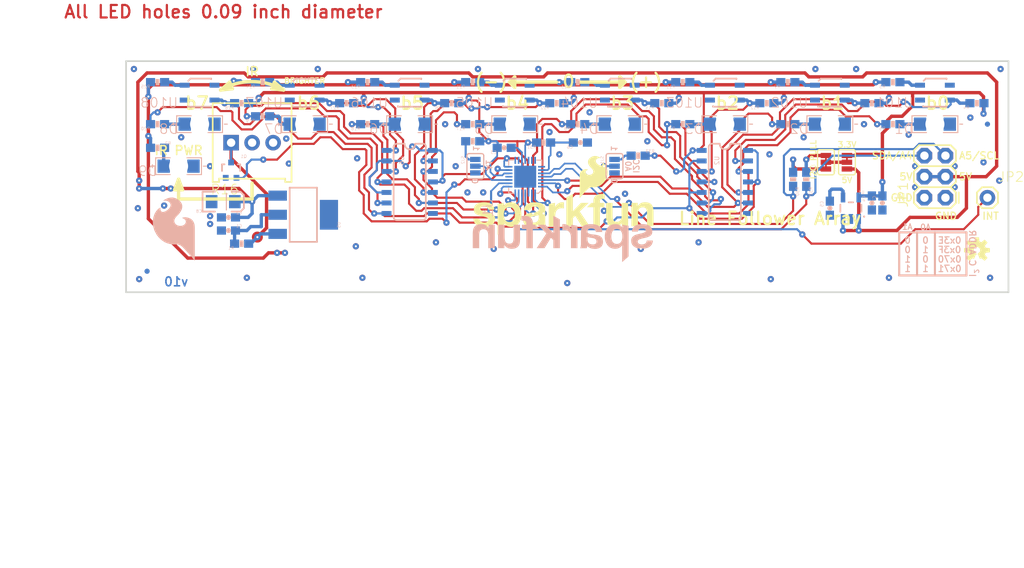
<source format=kicad_pcb>
(kicad_pcb (version 20211014) (generator pcbnew)
  (layers (0 "F.Cu" signal) (31 "B.Cu" signal) (34 "B.Paste" user) (35 "F.Paste" user) (36 "B.SilkS" user "B.Silkscreen") (37 "F.SilkS" user "F.Silkscreen") (38 "B.Mask" user) (39 "F.Mask" user) (44 "Edge.Cuts" user))
  (net 0 "")
  (net 1 "GND")
  (net 2 "VCC")
  (net 3 "N$1")
  (net 4 "LED_BIAS")
  (net 5 "N$2")
  (net 6 "SEN0")
  (net 7 "SEN0BUF")
  (net 8 "N$5")
  (net 9 "N$7")
  (net 10 "SEN2BUF")
  (net 11 "N$9")
  (net 12 "SEN3BUF")
  (net 13 "N$11")
  (net 14 "N$12")
  (net 15 "N$14")
  (net 16 "N$16")
  (net 17 "SEN1")
  (net 18 "SEN2")
  (net 19 "SEN3")
  (net 20 "N$18")
  (net 21 "SEN4BUF")
  (net 22 "N$20")
  (net 23 "SEN5BUF")
  (net 24 "N$22")
  (net 25 "SEN6BUF")
  (net 26 "N$24")
  (net 27 "SEN7BUF")
  (net 28 "N$26")
  (net 29 "SEN4")
  (net 30 "SEN5")
  (net 31 "SEN6")
  (net 32 "N$3")
  (net 33 "N$13")
  (net 34 "N$15")
  (net 35 "N$17")
  (net 36 "A0")
  (net 37 "A1")
  (net 38 "SDA")
  (net 39 "SCL")
  (net 40 "INT")
  (net 41 "I2C_PWR")
  (net 42 "N$6")
  (net 43 "~{RESET}")
  (net 44 "SEN1BUF")
  (net 45 "N$4")
  (net 46 "N$8")
  (net 47 "SEN7")
  (net 48 "N$19")
  (net 49 "N$10")
  (net 50 "N$21")
  (net 51 "~{FBLEDEN}")
  (net 52 "~{IRLEDEN}")
  (footprint "boardEagle:CREATIVE_COMMONS" (layer "F.Cu") (at 100.2411 151.9936)
    (fp_text reference "FRAME2" hide)
    (fp_text value "FRAME-LEDGER" hide)
  )
  (footprint "boardEagle:1X01" (layer "F.Cu") (at 199.3011 107.5436)
    (fp_text reference "JP2")
    (fp_text value "INT")
  )
  (footprint "boardEagle:2X3" (layer "F.Cu") (at 194.2211 107.5436 90)
    (fp_text reference "JP1")
    (fp_text value "FEMALE 2x3")
  )
  (footprint "boardEagle:STAND-OFF" (layer "F.Cu") (at 143.57985 116.4336 90)
    (fp_text reference "STANDOFF3" hide)
    (fp_text value "STAND-OFF" hide)
  )
  (footprint "boardEagle:STAND-OFF" (layer "F.Cu") (at 135.8011 116.4336 90)
    (fp_text reference "STANDOFF2" hide)
    (fp_text value "STAND-OFF" hide)
  )
  (footprint "boardEagle:STAND-OFF" (layer "F.Cu") (at 161.2011 116.4336 90)
    (fp_text reference "STANDOFF5" hide)
    (fp_text value "STAND-OFF" hide)
  )
  (footprint "boardEagle:OSHW-LOGO-S" (layer "F.Cu") (at 198.0311 113.8936)
    (fp_text reference "LOGO6" hide)
    (fp_text value "OSHW-LOGOS" hide)
  )
  (footprint "boardEagle:PAD-JUMPER-3-3OF3_NC_BY_TRACE_YES_SILK_FULL_BOX" (layer "F.Cu") (at 179.77485 103.25735 90)
    (fp_text reference "SJ3")
    (fp_text value "A1")
  )
  (footprint "boardEagle:PAD-JUMPER-3-2OF3_NC_BY_TRACE_YES_SILK_FULL_BOX" (layer "F.Cu") (at 182.31485 103.25735 90)
    (fp_text reference "SJ5")
    (fp_text value "JUMPER-PAD-3-2OF3_NC_BY_TRACE_SMALL")
  )
  (footprint "boardEagle:3386U" (layer "F.Cu") (at 110.4011 100.8761)
    (fp_text reference "R16")
    (fp_text value "TSR-3386")
  )
  (footprint "boardEagle:STAND-OFF" (layer "F.Cu") (at 129.4511 116.4336 90)
    (fp_text reference "STANDOFF1" hide)
    (fp_text value "STAND-OFF" hide)
  )
  (footprint "boardEagle:STAND-OFF" (layer "F.Cu") (at 153.42235 116.4336 90)
    (fp_text reference "STANDOFF4" hide)
    (fp_text value "STAND-OFF" hide)
  )
  (footprint "boardEagle:STAND-OFF" (layer "F.Cu") (at 167.5511 116.4336 90)
    (fp_text reference "STANDOFF6" hide)
    (fp_text value "STAND-OFF" hide)
  )
  (footprint "boardEagle:SFE_LOGO_NAME_FLAME_.2" (layer "F.Cu") (at 136.4361 112.78235)
    (fp_text reference "LOGO1" hide)
    (fp_text value "SFE_LOGO_NAME_FLAME.2_INCH" hide)
  )
  (footprint "boardEagle:0603-CAP" (layer "B.Cu") (at 186.6011 108.1786 -90)
    (fp_text reference "C7")
    (fp_text value "2.2uF")
  )
  (footprint "boardEagle:0603-RES" (layer "B.Cu") (at 175.1711 93.5736)
    (fp_text reference "R9")
    (fp_text value "100")
  )
  (footprint "boardEagle:0603-RES" (layer "B.Cu") (at 137.0711 98.6536)
    (fp_text reference "R17")
    (fp_text value "1K")
  )
  (footprint "boardEagle:0603-RES" (layer "B.Cu") (at 124.3711 98.6536)
    (fp_text reference "R18")
    (fp_text value "1K")
  )
  (footprint "boardEagle:0603-RES" (layer "B.Cu") (at 157.0736 102.4636 180)
    (fp_text reference "R33")
    (fp_text value "4.7K")
  )
  (footprint "boardEagle:PAD-JUMPER-3-2OF3_NC_BY_PASTE_YES_SILK_FULL_BOX" (layer "B.Cu") (at 154.2161 103.7336 -90)
    (fp_text reference "SJ1")
    (fp_text value "A0")
  )
  (footprint "boardEagle:QRE1113" (layer "B.Cu") (at 104.0511 94.8436)
    (fp_text reference "U108")
    (fp_text value "QRE1113")
  )
  (footprint "boardEagle:SOT223" (layer "B.Cu") (at 116.59235 109.60735 90)
    (fp_text reference "U5")
    (fp_text value "LM1117")
  )
  (footprint "boardEagle:0603-RES" (layer "B.Cu") (at 145.6436 100.8761)
    (fp_text reference "R31")
    (fp_text value "100")
  )
  (footprint "boardEagle:0603-CAP" (layer "B.Cu") (at 107.5436 111.51235 180)
    (fp_text reference "C1")
    (fp_text value "1.0uF")
  )
  (footprint "boardEagle:SOT323" (layer "B.Cu") (at 107.8611 104.20985 180)
    (fp_text reference "Q1")
    (fp_text value "MOSFET-NCHANNEL2N7002PW")
  )
  (footprint "boardEagle:0603-RES" (layer "B.Cu") (at 162.4711 93.5736)
    (fp_text reference "R11")
    (fp_text value "100")
  )
  (footprint "boardEagle:MICRO-FIDUCIAL" (layer "B.Cu") (at 199.3011 98.6536 180)
    (fp_text reference "FID2" hide)
    (fp_text value "FIDUCIALUFIDUCIAL" hide)
  )
  (footprint "boardEagle:0603-RES" (layer "B.Cu") (at 175.1711 98.6536)
    (fp_text reference "R6")
    (fp_text value "1K")
  )
  (footprint "boardEagle:LED-1206-BOTTOM" (layer "B.Cu") (at 129.4511 98.6536)
    (fp_text reference "D6")
    (fp_text value "Green")
  )
  (footprint "boardEagle:EIA3216" (layer "B.Cu") (at 106.9086 108.01985)
    (fp_text reference "C8")
    (fp_text value "10uF")
  )
  (footprint "boardEagle:0603-RES" (layer "B.Cu") (at 162.4711 98.6536)
    (fp_text reference "R7")
    (fp_text value "1K")
  )
  (footprint "boardEagle:0603-CAP" (layer "B.Cu") (at 185.3311 108.1786 -90)
    (fp_text reference "C4")
    (fp_text value "2.2uF")
  )
  (footprint "boardEagle:LED-1206-BOTTOM" (layer "B.Cu") (at 167.5511 98.6536)
    (fp_text reference "D3")
    (fp_text value "Green")
  )
  (footprint "boardEagle:0603-CAP" (layer "B.Cu") (at 140.8811 101.5111)
    (fp_text reference "C3")
    (fp_text value "1.0uF")
  )
  (footprint "boardEagle:0603-RES" (layer "B.Cu") (at 109.1311 113.09985)
    (fp_text reference "R1")
    (fp_text value "4.7K")
  )
  (footprint "boardEagle:SOT23-5" (layer "B.Cu") (at 182.7911 108.8136 180)
    (fp_text reference "U3")
    (fp_text value "3.3V/150mA")
  )
  (footprint "boardEagle:0603-RES" (layer "B.Cu") (at 187.8711 98.6536)
    (fp_text reference "R5")
    (fp_text value "1K")
  )
  (footprint "boardEagle:LED-1206-BOTTOM" (layer "B.Cu") (at 142.1511 98.6536)
    (fp_text reference "D5")
    (fp_text value "Green")
  )
  (footprint "boardEagle:0603-RES" (layer "B.Cu") (at 124.3711 93.5736)
    (fp_text reference "R23")
    (fp_text value "100")
  )
  (footprint "boardEagle:PAD-JUMPER-3-2OF3_NC_BY_PASTE_YES_SILK_FULL_BOX" (layer "B.Cu") (at 137.3886 103.7336 -90)
    (fp_text reference "SJ2")
    (fp_text value "A1")
  )
  (footprint "boardEagle:SFE_LOGO_NAME_.2" (layer "B.Cu") (at 158.8516 115.3287 180)
    (fp_text reference "LOGO2" hide)
    (fp_text value "SFE_LOGO_NAME.2_INCH" hide)
  )
  (footprint "boardEagle:0603-RES" (layer "B.Cu") (at 111.6711 93.5736)
    (fp_text reference "R24")
    (fp_text value "100")
  )
  (footprint "boardEagle:0603-RES" (layer "B.Cu") (at 175.8061 105.3211 90)
    (fp_text reference "R30")
    (fp_text value "4.7K")
  )
  (footprint "boardEagle:0603-RES" (layer "B.Cu") (at 177.3936 105.3211 90)
    (fp_text reference "R32")
    (fp_text value "4.7K")
  )
  (footprint "boardEagle:QFN-28" (layer "B.Cu") (at 143.4211 105.0036 90)
    (fp_text reference "U1")
    (fp_text value "SX1509")
  )
  (footprint "boardEagle:QRE1113" (layer "B.Cu") (at 129.4511 94.8436)
    (fp_text reference "U106")
    (fp_text value "QRE1113")
  )
  (footprint "boardEagle:0603-RES" (layer "B.Cu") (at 137.0711 93.5736)
    (fp_text reference "R21")
    (fp_text value "100")
  )
  (footprint "boardEagle:SO14" (layer "B.Cu") (at 129.4511 105.6386 -90)
    (fp_text reference "U6")
    (fp_text value "74AC125")
  )
  (footprint "boardEagle:0603-RES" (layer "B.Cu") (at 187.8711 93.5736)
    (fp_text reference "R3")
    (fp_text value "100")
  )
  (footprint "boardEagle:0603-RES" (layer "B.Cu") (at 98.9711 101.5111 180)
    (fp_text reference "R2")
    (fp_text value "330")
  )
  (footprint "boardEagle:0603-RES" (layer "B.Cu") (at 109.1311 96.1136)
    (fp_text reference "R28")
    (fp_text value "68.1k")
  )
  (footprint "boardEagle:SFE_LOGO_FLAME_.3" (layer "B.Cu") (at 103.96855 115.2906 180)
    (fp_text reference "LOGO5" hide)
    (fp_text value "SFE_LOGO_FLAME.3_INCH" hide)
  )
  (footprint "boardEagle:LED-1206-BOTTOM" (layer "B.Cu") (at 104.0511 98.6536)
    (fp_text reference "D8")
    (fp_text value "Green")
  )
  (footprint "boardEagle:0603-RES" (layer "B.Cu") (at 147.2311 96.1136)
    (fp_text reference "R22")
    (fp_text value "68.1k")
  )
  (footprint "boardEagle:QRE1113" (layer "B.Cu") (at 116.7511 94.8436)
    (fp_text reference "U107")
    (fp_text value "QRE1113")
  )
  (footprint "boardEagle:0603-RES" (layer "B.Cu") (at 172.6311 96.1136)
    (fp_text reference "R12")
    (fp_text value "68.1k")
  )
  (footprint "boardEagle:LED-1206-BOTTOM" (layer "B.Cu") (at 192.9511 98.6536)
    (fp_text reference "D1")
    (fp_text value "Green")
  )
  (footprint "boardEagle:QRE1113" (layer "B.Cu") (at 192.9511 94.8436)
    (fp_text reference "U101")
    (fp_text value "QRE1113")
  )
  (footprint "boardEagle:LED-1206-BOTTOM" (layer "B.Cu") (at 180.2511 98.6536)
    (fp_text reference "D2")
    (fp_text value "Green")
  )
  (footprint "boardEagle:QRE1113" (layer "B.Cu") (at 180.2511 94.8436)
    (fp_text reference "U102")
    (fp_text value "QRE1113")
  )
  (footprint "boardEagle:QRE1113" (layer "B.Cu") (at 167.5511 94.8436)
    (fp_text reference "U103")
    (fp_text value "QRE1113")
  )
  (footprint "boardEagle:0603-CAP" (layer "B.Cu") (at 180.2511 108.8136 -90)
    (fp_text reference "C5")
    (fp_text value "470pF")
  )
  (footprint "boardEagle:0603-RES" (layer "B.Cu") (at 134.5311 96.1136)
    (fp_text reference "R26")
    (fp_text value "68.1k")
  )
  (footprint "boardEagle:SO14" (layer "B.Cu") (at 167.5511 105.6386 -90)
    (fp_text reference "U2")
    (fp_text value "74AC125")
  )
  (footprint "boardEagle:0603-RES" (layer "B.Cu") (at 149.7711 93.5736)
    (fp_text reference "R13")
    (fp_text value "100")
  )
  (footprint "boardEagle:LED-1206-BOTTOM" (layer "B.Cu") (at 154.8511 98.6536)
    (fp_text reference "D4")
    (fp_text value "Green")
  )
  (footprint "boardEagle:0603-RES" (layer "B.Cu") (at 98.9711 93.5736)
    (fp_text reference "R25")
    (fp_text value "100")
  )
  (footprint "boardEagle:0603-RES" (layer "B.Cu") (at 159.9311 96.1136)
    (fp_text reference "R14")
    (fp_text value "68.1k")
  )
  (footprint "boardEagle:0603-RES" (layer "B.Cu") (at 185.3311 96.1136)
    (fp_text reference "R10")
    (fp_text value "68.1k")
  )
  (footprint "boardEagle:QRE1113" (layer "B.Cu") (at 154.8511 94.8436)
    (fp_text reference "U104")
    (fp_text value "QRE1113")
  )
  (footprint "boardEagle:0603-RES" (layer "B.Cu") (at 111.6711 97.7011)
    (fp_text reference "R19")
    (fp_text value "1K")
  )
  (footprint "boardEagle:QRE1113" (layer "B.Cu") (at 142.1511 94.8436)
    (fp_text reference "U105")
    (fp_text value "QRE1113")
  )
  (footprint "boardEagle:0603-RES" (layer "B.Cu") (at 149.7711 98.6536)
    (fp_text reference "R8")
    (fp_text value "1K")
  )
  (footprint "boardEagle:LED-1206-BOTTOM" (layer "B.Cu") (at 116.7511 98.6536)
    (fp_text reference "D7")
    (fp_text value "Green")
  )
  (footprint "boardEagle:0603-RES" (layer "B.Cu") (at 137.0711 100.71735 180)
    (fp_text reference "R34")
    (fp_text value "4.7K")
  )
  (footprint "boardEagle:0603-RES" (layer "B.Cu") (at 198.0311 96.1136)
    (fp_text reference "R4")
    (fp_text value "68.1k")
  )
  (footprint "boardEagle:0603-RES" (layer "B.Cu") (at 98.9711 98.6536)
    (fp_text reference "R20")
    (fp_text value "1K")
  )
  (footprint "boardEagle:MICRO-FIDUCIAL" (layer "B.Cu") (at 97.7011 116.4336 180)
    (fp_text reference "FID1" hide)
    (fp_text value "FIDUCIALUFIDUCIAL" hide)
  )
  (footprint "boardEagle:0603-RES" (layer "B.Cu") (at 121.8311 96.1136)
    (fp_text reference "R27")
    (fp_text value "68.1k")
  )
  (footprint "boardEagle:0603-CAP" (layer "B.Cu") (at 150.0886 100.8761)
    (fp_text reference "C6")
    (fp_text value "470pF")
  )
  (footprint "boardEagle:LED-1206-BOTTOM" (layer "B.Cu") (at 101.5111 103.7336)
    (fp_text reference "D9")
    (fp_text value "Green")
  )
  (footprint "boardEagle:0603-CAP" (layer "B.Cu") (at 107.5436 109.92485 180)
    (fp_text reference "C2")
    (fp_text value "1.0uF")
  )
  (gr_circle (center 111.0361 112.3061) (end 111.498931 112.3061) (layer "F.Cu") (width 0.4064) (fill none))
  (gr_line (start 196.7611 111.7346) (end 196.7611 116.9416) (layer "B.SilkS") (width 0.254))
  (gr_line (start 188.6331 116.9416) (end 188.6331 111.7346) (layer "B.SilkS") (width 0.254))
  (gr_line (start 196.7611 116.9416) (end 190.7921 116.9416) (layer "B.SilkS") (width 0.254))
  (gr_line (start 190.7921 116.9416) (end 190.7921 111.7346) (layer "B.SilkS") (width 0.254))
  (gr_line (start 190.7921 111.7346) (end 192.9511 111.7346) (layer "B.SilkS") (width 0.254))
  (gr_line (start 188.6331 116.9416) (end 190.7921 116.9416) (layer "B.SilkS") (width 0.254))
  (gr_line (start 192.9511 116.8146) (end 192.9511 111.7346) (layer "B.SilkS") (width 0.254))
  (gr_line (start 192.9511 111.7346) (end 196.7611 111.7346) (layer "B.SilkS") (width 0.254))
  (gr_line (start 188.6331 111.7346) (end 190.7921 111.7346) (layer "B.SilkS") (width 0.254))
  (gr_line (start 101.5111 105.3211) (end 101.03485 106.5911) (layer "F.SilkS") (width 0.4064))
  (gr_line (start 141.5161 93.5736) (end 142.1511 94.2086) (layer "F.SilkS") (width 0.4064))
  (gr_line (start 155.4861 93.5736) (end 154.8511 92.9386) (layer "F.SilkS") (width 0.4064))
  (gr_line (start 147.2311 93.5736) (end 141.5161 93.5736) (layer "F.SilkS") (width 0.4064))
  (gr_line (start 154.8511 94.2086) (end 155.4861 93.5736) (layer "F.SilkS") (width 0.4064))
  (gr_line (start 110.4011 107.70235) (end 110.4011 105.79735) (layer "F.SilkS") (width 0.4064))
  (gr_line (start 101.98735 106.5911) (end 101.5111 105.3211) (layer "F.SilkS") (width 0.4064))
  (gr_line (start 114.2111 94.5261) (end 112.78235 94.36735) (layer "F.SilkS") (width 0.4064))
  (gr_line (start 101.5111 107.70235) (end 110.4011 107.70235) (layer "F.SilkS") (width 0.4064))
  (gr_line (start 142.1511 92.9386) (end 141.5161 93.5736) (layer "F.SilkS") (width 0.4064))
  (gr_line (start 101.03485 106.5911) (end 101.98735 106.5911) (layer "F.SilkS") (width 0.4064))
  (gr_line (start 106.5911 94.5261) (end 108.01985 94.36735) (layer "F.SilkS") (width 0.4064))
  (gr_line (start 149.7711 93.5736) (end 155.4861 93.5736) (layer "F.SilkS") (width 0.4064))
  (gr_line (start 154.8511 92.9386) (end 154.8511 94.2086) (layer "F.SilkS") (width 0.4064))
  (gr_line (start 107.70235 93.5736) (end 106.5911 94.5261) (layer "F.SilkS") (width 0.4064))
  (gr_line (start 142.1511 94.2086) (end 142.1511 92.9386) (layer "F.SilkS") (width 0.4064))
  (gr_line (start 113.09985 93.5736) (end 114.2111 94.5261) (layer "F.SilkS") (width 0.4064))
  (gr_line (start 108.01985 94.36735) (end 107.70235 93.5736) (layer "F.SilkS") (width 0.4064))
  (gr_arc (start 106.5911 94.5261) (mid 110.4011 93.505214) (end 114.2111 94.5261) (layer "F.SilkS") (width 0.4064))
  (gr_line (start 101.5111 105.3211) (end 101.5111 107.70235) (layer "F.SilkS") (width 0.4064))
  (gr_line (start 112.78235 94.36735) (end 113.09985 93.5736) (layer "F.SilkS") (width 0.4064))
  (gr_line (start 95.1611 118.9736) (end 201.8411 118.9736) (layer "Edge.Cuts") (width 0.2032))
  (gr_line (start 201.8411 118.9736) (end 201.8411 91.0336) (layer "Edge.Cuts") (width 0.2032))
  (gr_line (start 95.1611 91.0336) (end 95.1611 118.9736) (layer "Edge.Cuts") (width 0.2032))
  (gr_line (start 201.8411 91.0336) (end 95.1611 91.0336) (layer "Edge.Cuts") (width 0.2032))
  (gr_text "All LED holes 0.09 inch diameter" (at 87.5411 85.9536) (layer "F.Cu") (effects (font (size 1.5113 1.5113) (thickness 0.2667)) (justify left bottom)))
  (gr_text "v10" (at 102.7811 117.7036) (layer "B.Cu") (effects (font (size 1.0795 1.0795) (thickness 0.1905)) (justify left mirror)))
  (gr_text "0" (at 191.8081 112.2426) (layer "B.SilkS") (effects (font (size 0.77724 0.77724) (thickness 0.13716)) (justify top mirror)))
  (gr_text "2" (at 197.6501 116.4336 -90) (layer "B.SilkS") (effects (font (size 0.53975 0.53975) (thickness 0.09525)) (justify bottom mirror)))
  (gr_text "A1" (at 189.611 111.4679) (layer "B.SilkS") (effects (font (size 0.69088 0.69088) (thickness 0.12192)) (justify bottom mirror)))
  (gr_text "0" (at 191.8081 114.5286) (layer "B.SilkS") (effects (font (size 0.77724 0.77724) (thickness 0.13716)) (justify top mirror)))
  (gr_text "1" (at 191.8081 113.3856) (layer "B.SilkS") (effects (font (size 0.77724 0.77724) (thickness 0.13716)) (justify top mirror)))
  (gr_text "1" (at 191.8081 115.6716) (layer "B.SilkS") (effects (font (size 0.77724 0.77724) (thickness 0.13716)) (justify top mirror)))
  (gr_text "1" (at 137.0711 101.98735 -90) (layer "B.SilkS") (effects (font (size 0.69088 0.69088) (thickness 0.12192)) (justify left bottom mirror)))
  (gr_text "0x70" (at 194.7291 114.5286) (layer "B.SilkS") (effects (font (size 0.77724 0.77724) (thickness 0.13716)) (justify top mirror)))
  (gr_text "0" (at 153.73985 105.9561 -90) (layer "B.SilkS") (effects (font (size 0.69088 0.69088) (thickness 0.12192)) (justify left bottom mirror)))
  (gr_text "0" (at 136.91235 105.9561 -90) (layer "B.SilkS") (effects (font (size 0.69088 0.69088) (thickness 0.12192)) (justify left bottom mirror)))
  (gr_text "0x3F" (at 194.7291 113.3856) (layer "B.SilkS") (effects (font (size 0.77724 0.77724) (thickness 0.13716)) (justify top mirror)))
  (gr_text "A0" (at 155.45435 103.7336 -90) (layer "B.SilkS") (effects (font (size 0.69088 0.69088) (thickness 0.12192)) (justify bottom mirror)))
  (gr_text "0x71" (at 194.7291 115.6716) (layer "B.SilkS") (effects (font (size 0.77724 0.77724) (thickness 0.13716)) (justify top mirror)))
  (gr_text "C ADDR" (at 197.0151 113.6396 -90) (layer "B.SilkS") (effects (font (size 0.77724 0.77724) (thickness 0.13716)) (justify bottom mirror)))
  (gr_text "1" (at 189.6491 114.5286) (layer "B.SilkS") (effects (font (size 0.77724 0.77724) (thickness 0.13716)) (justify top mirror)))
  (gr_text "0" (at 189.6491 113.3856) (layer "B.SilkS") (effects (font (size 0.77724 0.77724) (thickness 0.13716)) (justify top mirror)))
  (gr_text "A1" (at 138.6078 103.5685 -90) (layer "B.SilkS") (effects (font (size 0.69088 0.69088) (thickness 0.12192)) (justify bottom mirror)))
  (gr_text "I2C" (at 156.40685 103.7336 -90) (layer "B.SilkS") (effects (font (size 0.69088 0.69088) (thickness 0.12192)) (justify bottom mirror)))
  (gr_text "I" (at 197.0151 116.9416 -90) (layer "B.SilkS") (effects (font (size 0.77724 0.77724) (thickness 0.13716)) (justify bottom mirror)))
  (gr_text "0x3E" (at 194.7291 112.2426) (layer "B.SilkS") (effects (font (size 0.77724 0.77724) (thickness 0.13716)) (justify top mirror)))
  (gr_text "1" (at 189.6491 115.6716) (layer "B.SilkS") (effects (font (size 0.77724 0.77724) (thickness 0.13716)) (justify top mirror)))
  (gr_text "A0" (at 191.8081 111.51235) (layer "B.SilkS") (effects (font (size 0.69088 0.69088) (thickness 0.12192)) (justify bottom mirror)))
  (gr_text "1" (at 153.73985 101.98735 -90) (layer "B.SilkS") (effects (font (size 0.69088 0.69088) (thickness 0.12192)) (justify left bottom mirror)))
  (gr_text "0" (at 189.6491 112.2426) (layer "B.SilkS") (effects (font (size 0.77724 0.77724) (thickness 0.13716)) (justify top mirror)))
  (gr_text "(-)" (at 139.2936 94.36735) (layer "F.SilkS") (effects (font (size 1.5113 1.5113) (thickness 0.2667)) (justify bottom)))
  (gr_text "b1" (at 180.5686 96.1136) (layer "F.SilkS") (effects (font (size 1.5113 1.5113) (thickness 0.2667))))
  (gr_text "b6" (at 117.22735 96.1136) (layer "F.SilkS") (effects (font (size 1.5113 1.5113) (thickness 0.2667))))
  (gr_text "SDA/A4" (at 190.3476 102.4636) (layer "F.SilkS") (effects (font (size 0.8636 0.8636) (thickness 0.1524)) (justify right)))
  (gr_text "b0" (at 193.2686 96.1136) (layer "F.SilkS") (effects (font (size 1.5113 1.5113) (thickness 0.2667))))
  (gr_text "b7" (at 103.7336 96.1136) (layer "F.SilkS") (effects (font (size 1.5113 1.5113) (thickness 0.2667))))
  (gr_text "b5" (at 129.7686 96.1136) (layer "F.SilkS") (effects (font (size 1.5113 1.5113) (thickness 0.2667))))
  (gr_text "b2" (at 167.8686 96.1136) (layer "F.SilkS") (effects (font (size 1.5113 1.5113) (thickness 0.2667))))
  (gr_text "GND" (at 194.2846 109.7661) (layer "F.SilkS") (effects (font (size 0.8636 0.8636) (thickness 0.1524))))
  (gr_text "I2C PULL" (at 177.84445 100.48875 90) (layer "F.SilkS") (effects (font (size 0.69088 0.69088) (thickness 0.12192)) (justify right top)))
  (gr_text "A5/SCL" (at 195.7832 102.4636) (layer "F.SilkS") (effects (font (size 0.8636 0.8636) (thickness 0.1524)) (justify left)))
  (gr_text "5V" (at 189.4586 105.0036) (layer "F.SilkS") (effects (font (size 0.8636 0.8636) (thickness 0.1524))))
  (gr_text "0" (at 148.65985 94.36735) (layer "F.SilkS") (effects (font (size 1.5113 1.5113) (thickness 0.2667)) (justify bottom)))
  (gr_text "INT" (at 199.6821 109.7661) (layer "F.SilkS") (effects (font (size 0.8636 0.8636) (thickness 0.1524))))
  (gr_text "(+)" (at 158.0261 94.36735) (layer "F.SilkS") (effects (font (size 1.5113 1.5113) (thickness 0.2667)) (justify bottom)))
  (gr_text "5V" (at 181.61 105.82275) (layer "F.SilkS") (effects (font (size 0.69088 0.69088) (thickness 0.12192)) (justify left bottom)))
  (gr_text "Line Follower Array" (at 161.8361 110.94085) (layer "F.SilkS") (effects (font (size 1.5113 1.5113) (thickness 0.2667)) (justify left bottom)))
  (gr_text "5V" (at 196.6468 105.0036) (layer "F.SilkS") (effects (font (size 0.8636 0.8636) (thickness 0.1524))))
  (gr_text "3.3V" (at 181.13375 101.5365) (layer "F.SilkS") (effects (font (size 0.69088 0.69088) (thickness 0.12192)) (justify left bottom)))
  (gr_text "IR PWR" (at 101.5111 102.4636) (layer "F.SilkS") (effects (font (size 1.0795 1.0795) (thickness 0.1905)) (justify bottom)))
  (gr_text "BRIGHTER" (at 116.7511 93.41485) (layer "F.SilkS") (effects (font (size 0.69088 0.69088) (thickness 0.12192))))
  (gr_text "IR" (at 110.4011 92.3036) (layer "F.SilkS") (effects (font (size 1.0795 1.0795) (thickness 0.1905))))
  (gr_text "GND" (at 188.9252 107.5436) (layer "F.SilkS") (effects (font (size 0.8636 0.8636) (thickness 0.1524))))
  (gr_text "b3" (at 155.1686 96.1136) (layer "F.SilkS") (effects (font (size 1.5113 1.5113) (thickness 0.2667))))
  (gr_text "b4" (at 142.4686 96.1136) (layer "F.SilkS") (effects (font (size 1.5113 1.5113) (thickness 0.2667))))
  (via (at 148.5011 117.86235) (size 0.762) (drill 0.254) (layers "F.Cu" "B.Cu") (net 1))
  (via (at 137.7061 91.9861) (size 0.762) (drill 0.254) (layers "F.Cu" "B.Cu") (net 1))
  (via (at 195.33235 103.7336) (size 0.762) (drill 0.254) (layers "F.Cu" "B.Cu") (net 1))
  (via (at 114.5286 100.39985) (size 0.762) (drill 0.254) (layers "F.Cu" "B.Cu") (net 1))
  (via (at 123.1011 102.7811) (size 0.762) (drill 0.254) (layers "F.Cu" "B.Cu") (net 1))
  (via (at 135.00735 103.7336) (size 0.762) (drill 0.254) (layers "F.Cu" "B.Cu") (net 1))
  (via (at 96.1136 91.9861) (size 0.762) (drill 0.254) (layers "F.Cu" "B.Cu") (net 1))
  (via (at 105.3211 109.7661) (size 0.762) (drill 0.254) (layers "F.Cu" "B.Cu") (net 1))
  (via (at 177.0761 100.2411) (size 0.762) (drill 0.254) (layers "F.Cu" "B.Cu") (net 1))
  (via (at 200.8886 91.9861) (size 0.762) (drill 0.254) (layers "F.Cu" "B.Cu") (net 1))
  (via (at 187.39485 117.22735) (size 0.762) (drill 0.254) (layers "F.Cu" "B.Cu") (net 1))
  (via (at 199.6186 117.22735) (size 0.762) (drill 0.254) (layers "F.Cu" "B.Cu") (net 1))
  (via (at 110.55985 91.9861) (size 0.762) (drill 0.254) (layers "F.Cu" "B.Cu") (net 1))
  (via (at 118.3386 91.9861) (size 0.762) (drill 0.254) (layers "F.Cu" "B.Cu") (net 1))
  (via (at 190.56985 103.7336) (size 0.762) (drill 0.254) (layers "F.Cu" "B.Cu") (net 1))
  (via (at 147.5486 102.30485) (size 0.762) (drill 0.254) (layers "F.Cu" "B.Cu") (net 1))
  (via (at 146.357975 99.6061) (size 0.762) (drill 0.254) (layers "F.Cu" "B.Cu") (net 1))
  (via (at 190.56985 106.2736) (size 0.762) (drill 0.254) (layers "F.Cu" "B.Cu") (net 1))
  (via (at 198.82485 103.25735) (size 0.762) (drill 0.254) (layers "F.Cu" "B.Cu") (net 1))
  (via (at 132.6261 112.9411) (size 0.762) (drill 0.254) (layers "F.Cu" "B.Cu") (net 1))
  (via (at 200.72985 105.47985) (size 0.762) (drill 0.254) (layers "F.Cu" "B.Cu") (net 1))
  (via (at 164.3761 112.9411) (size 0.762) (drill 0.254) (layers "F.Cu" "B.Cu") (net 1))
  (via (at 138.3411 106.9086) (size 0.762) (drill 0.254) (layers "F.Cu" "B.Cu") (net 1))
  (via (at 114.8461 103.4161) (size 0.762) (drill 0.254) (layers "F.Cu" "B.Cu") (net 1))
  (via (at 152.9461 109.1311) (size 0.762) (drill 0.254) (layers "F.Cu" "B.Cu") (net 1))
  (via (at 139.6111 113.73485) (size 0.762) (drill 0.254) (layers "F.Cu" "B.Cu") (net 1))
  (via (at 155.4861 107.06735) (size 0.762) (drill 0.254) (layers "F.Cu" "B.Cu") (net 1))
  (via (at 158.18485 100.71735) (size 0.762) (drill 0.254) (layers "F.Cu" "B.Cu") (net 1))
  (via (at 173.10735 117.3861) (size 0.762) (drill 0.254) (layers "F.Cu" "B.Cu") (net 1))
  (via (at 105.3211 103.7336) (size 0.762) (drill 0.254) (layers "F.Cu" "B.Cu") (net 1))
  (via (at 145.0086 91.9861) (size 0.762) (drill 0.254) (layers "F.Cu" "B.Cu") (net 1))
  (via (at 172.9486 102.30485) (size 0.762) (drill 0.254) (layers "F.Cu" "B.Cu") (net 1))
  (via (at 195.33235 106.2736) (size 0.762) (drill 0.254) (layers "F.Cu" "B.Cu") (net 1))
  (via (at 197.23735 97.85985) (size 0.762) (drill 0.254) (layers "F.Cu" "B.Cu") (net 1))
  (via (at 133.73735 98.6536) (size 0.762) (drill 0.254) (layers "F.Cu" "B.Cu") (net 1))
  (via (at 96.58985 108.8136) (size 0.762) (drill 0.254) (layers "F.Cu" "B.Cu") (net 1))
  (via (at 157.3911 113.73485) (size 0.762) (drill 0.254) (layers "F.Cu" "B.Cu") (net 1))
  (via (at 136.4361 106.9086) (size 0.762) (drill 0.254) (layers "F.Cu" "B.Cu") (net 1))
  (via (at 109.7661 117.22735) (size 0.762) (drill 0.254) (layers "F.Cu" "B.Cu") (net 1))
  (via (at 123.7361 117.22735) (size 0.762) (drill 0.254) (layers "F.Cu" "B.Cu") (net 1))
  (via (at 178.50485 91.9861) (size 0.762) (drill 0.254) (layers "F.Cu" "B.Cu") (net 1))
  (via (at 105.3211 110.7186) (size 0.762) (drill 0.254) (layers "F.Cu" "B.Cu") (net 1))
  (via (at 122.94235 113.41735) (size 0.762) (drill 0.254) (layers "F.Cu" "B.Cu") (net 1))
  (via (at 99.76485 108.4961) (size 0.762) (drill 0.254) (layers "F.Cu" "B.Cu") (net 1))
  (via (at 151.19985 97.22485) (size 0.762) (drill 0.254) (layers "F.Cu" "B.Cu") (net 1))
  (via (at 101.8286 100.2411) (size 0.762) (drill 0.254) (layers "F.Cu" "B.Cu") (net 1))
  (via (at 96.7486 117.3861) (size 0.762) (drill 0.254) (layers "F.Cu" "B.Cu") (net 1))
  (via (at 183.4261 91.9861) (size 0.762) (drill 0.254) (layers "F.Cu" "B.Cu") (net 1))
  (via (at 184.3786 98.6536) (size 0.762) (drill 0.254) (layers "F.Cu" "B.Cu") (net 1))
  (via (at 189.7761 99.9236) (size 0.762) (drill 0.254) (layers "F.Cu" "B.Cu") (net 1))
  (segment (start 143.0211 104.6036) (end 143.4211 105.0036) (width 0.2032) (layer "B.Cu") (net 1))
  (segment (start 143.8211 105.4036) (end 143.4211 105.0036) (width 0.2032) (layer "B.Cu") (net 1))
  (segment (start 143.0211 103.0286) (end 143.0211 104.6036) (width 0.2032) (layer "B.Cu") (net 1))
  (segment (start 143.0211 103.0286) (end 143.0211 102.06985) (width 0.2032) (layer "B.Cu") (net 1))
  (segment (start 143.8211 106.9786) (end 143.8211 105.4036) (width 0.2032) (layer "B.Cu") (net 1))
  (segment (start 141.7311 101.5111) (end 142.46235 101.5111) (width 0.2032) (layer "B.Cu") (net 1))
  (segment (start 142.46235 101.5111) (end 143.0211 102.06985) (width 0.2032) (layer "B.Cu") (net 1))
  (segment (start 199.3011 92.46235) (end 184.6961 92.46235) (width 0.4064) (layer "F.Cu") (net 2))
  (segment (start 177.23485 92.46235) (end 146.11985 92.46235) (width 0.4064) (layer "F.Cu") (net 2))
  (segment (start 200.41235 103.7336) (end 200.41235 93.5736) (width 0.4064) (layer "F.Cu") (net 2))
  (segment (start 96.7486 104.52735) (end 96.7486 105.47985) (width 0.4064) (layer "F.Cu") (net 2))
  (segment (start 195.64985 109.92485) (end 196.7611 108.8136) (width 0.4064) (layer "F.Cu") (net 2))
  (segment (start 97.7011 92.46235) (end 96.58985 93.5736) (width 0.4064) (layer "F.Cu") (net 2))
  (segment (start 109.4486 92.46235) (end 97.7011 92.46235) (width 0.4064) (layer "F.Cu") (net 2))
  (segment (start 189.93485 109.92485) (end 188.34985 111.50985) (width 0.4064) (layer "F.Cu") (net 2))
  (segment (start 199.14235 105.0036) (end 200.41235 103.7336) (width 0.4064) (layer "F.Cu") (net 2))
  (segment (start 189.93485 109.92485) (end 195.64985 109.92485) (width 0.4064) (layer "F.Cu") (net 2))
  (segment (start 184.21985 92.9386) (end 177.7111 92.9386) (width 0.4064) (layer "F.Cu") (net 2))
  (segment (start 100.5586 106.43235) (end 108.8136 106.43235) (width 0.4064) (layer "F.Cu") (net 2))
  (segment (start 119.44985 92.46235) (end 118.9736 92.9386) (width 0.4064) (layer "F.Cu") (net 2))
  (segment (start 146.11985 92.46235) (end 145.6436 92.9386) (width 0.4064) (layer "F.Cu") (net 2))
  (segment (start 183.2864 104.07015) (end 183.7411 104.52485) (width 0.4064) (layer "F.Cu") (net 2))
  (segment (start 108.8136 106.43235) (end 110.4011 108.01985) (width 0.4064) (layer "F.Cu") (net 2))
  (segment (start 96.7486 105.47985) (end 96.7486 106.43235) (width 0.4064) (layer "F.Cu") (net 2))
  (segment (start 118.9736 92.9386) (end 109.92485 92.9386) (width 0.4064) (layer "F.Cu") (net 2))
  (segment (start 145.6436 92.9386) (end 137.0711 92.9386) (width 0.4064) (layer "F.Cu") (net 2))
  (segment (start 96.58985 93.5736) (end 96.58985 104.3686) (width 0.4064) (layer "F.Cu") (net 2))
  (segment (start 194.2211 105.0036) (end 191.6811 105.0036) (width 0.4064) (layer "F.Cu") (net 2))
  (segment (start 182.31485 104.07015) (end 183.2864 104.07015) (width 0.4064) (layer "F.Cu") (net 2))
  (segment (start 200.41235 93.5736) (end 199.3011 92.46235) (width 0.4064) (layer "F.Cu") (net 2))
  (segment (start 183.7386 111.51235) (end 183.7411 111.50985) (width 0.4064) (layer "F.Cu") (net 2))
  (segment (start 109.92485 92.9386) (end 109.4486 92.46235) (width 0.4064) (layer "F.Cu") (net 2))
  (segment (start 184.6961 92.46235) (end 184.21985 92.9386) (width 0.4064) (layer "F.Cu") (net 2))
  (segment (start 196.7611 105.0036) (end 199.14235 105.0036) (width 0.4064) (layer "F.Cu") (net 2))
  (segment (start 96.58985 104.3686) (end 96.7486 104.52735) (width 0.4064) (layer "F.Cu") (net 2))
  (segment (start 136.59485 92.46235) (end 119.44985 92.46235) (width 0.4064) (layer "F.Cu") (net 2))
  (segment (start 100.5586 106.43235) (end 99.6061 106.43235) (width 0.4064) (layer "F.Cu") (net 2))
  (segment (start 177.7111 92.9386) (end 177.23485 92.46235) (width 0.4064) (layer "F.Cu") (net 2))
  (segment (start 188.34985 111.50985) (end 183.7411 111.50985) (width 0.4064) (layer "F.Cu") (net 2))
  (segment (start 196.7611 108.8136) (end 196.7611 105.0036) (width 0.4064) (layer "F.Cu") (net 2))
  (segment (start 181.8386 111.51235) (end 183.7386 111.51235) (width 0.4064) (layer "F.Cu") (net 2))
  (segment (start 183.7411 111.50985) (end 183.7411 104.52485) (width 0.4064) (layer "F.Cu") (net 2))
  (segment (start 137.0711 92.9386) (end 136.59485 92.46235) (width 0.4064) (layer "F.Cu") (net 2))
  (segment (start 194.2211 105.0036) (end 196.7611 105.0036) (width 0.4064) (layer "F.Cu") (net 2))
  (via (at 96.7486 105.47985) (size 0.762) (drill 0.254) (layers "F.Cu" "B.Cu") (net 2))
  (via (at 183.7411 111.50985) (size 0.762) (drill 0.254) (layers "F.Cu" "B.Cu") (net 2))
  (via (at 181.8386 111.51235) (size 0.762) (drill 0.254) (layers "F.Cu" "B.Cu") (net 2))
  (via (at 110.4011 108.01985) (size 0.762) (drill 0.254) (layers "F.Cu" "B.Cu") (net 2))
  (via (at 96.7486 106.43235) (size 0.762) (drill 0.254) (layers "F.Cu" "B.Cu") (net 2))
  (via (at 100.5586 106.43235) (size 0.762) (drill 0.254) (layers "F.Cu" "B.Cu") (net 2))
  (via (at 99.6061 106.43235) (size 0.762) (drill 0.254) (layers "F.Cu" "B.Cu") (net 2))
  (segment (start 110.4011 108.1786) (end 110.24235 108.01985) (width 0.4064) (layer "B.Cu") (net 2))
  (segment (start 191.6811 105.0036) (end 194.2211 105.0036) (width 0.4064) (layer "B.Cu") (net 2))
  (segment (start 183.7411 110.1137) (end 183.7411 111.50985) (width 0.4064) (layer "B.Cu") (net 2))
  (segment (start 110.24235 108.01985) (end 110.4011 108.01985) (width 0.4064) (layer "B.Cu") (net 2))
  (segment (start 110.4011 109.4486) (end 110.4011 108.1786) (width 0.4064) (layer "B.Cu") (net 2))
  (segment (start 109.92485 109.92485) (end 110.4011 109.4486) (width 0.4064) (layer "B.Cu") (net 2))
  (segment (start 183.7411 111.50985) (end 183.7436 111.51235) (width 0.4064) (layer "B.Cu") (net 2))
  (segment (start 108.3936 109.92485) (end 109.92485 109.92485) (width 0.4064) (layer "B.Cu") (net 2))
  (segment (start 111.125 107.29595) (end 110.4011 108.01985) (width 0.4064) (layer "B.Cu") (net 2))
  (segment (start 113.49355 107.29595) (end 111.125 107.29595) (width 0.4064) (layer "B.Cu") (net 2))
  (segment (start 181.8411 111.50985) (end 181.8386 111.51235) (width 0.4064) (layer "B.Cu") (net 2))
  (segment (start 108.3086 108.01985) (end 110.24235 108.01985) (width 0.4064) (layer "B.Cu") (net 2))
  (segment (start 96.7486 106.43235) (end 99.6061 106.43235) (width 0.4064) (layer "B.Cu") (net 2))
  (segment (start 181.8411 110.1137) (end 181.8411 111.50985) (width 0.4064) (layer "B.Cu") (net 2))
  (segment (start 107.8611 102.7811) (end 112.14735 107.06735) (width 0.4064) (layer "F.Cu") (net 3))
  (segment (start 107.8611 100.8911) (end 107.8611 102.7811) (width 0.4064) (layer "F.Cu") (net 3))
  (segment (start 112.14735 111.19485) (end 111.0361 112.3061) (width 0.4064) (layer "F.Cu") (net 3))
  (segment (start 112.14735 107.06735) (end 112.14735 111.19485) (width 0.4064) (layer "F.Cu") (net 3))
  (via (at 111.0361 112.3061) (size 0.762) (drill 0.254) (layers "F.Cu" "B.Cu") (net 3))
  (segment (start 113.49355 111.91875) (end 111.42345 111.91875) (width 0.4064) (layer "B.Cu") (net 3))
  (segment (start 110.24235 113.09985) (end 109.9811 113.09985) (width 0.4064) (layer "B.Cu") (net 3))
  (segment (start 107.8611 100.8911) (end 107.8611 103.28485) (width 0.254) (layer "B.Cu") (net 3))
  (segment (start 111.0361 112.3061) (end 110.24235 113.09985) (width 0.4064) (layer "B.Cu") (net 3))
  (segment (start 111.0361 112.3061) (end 111.42345 111.91875) (width 0.4064) (layer "B.Cu") (net 3))
  (segment (start 121.98985 93.8911) (end 134.8486 93.8911) (width 0.4064) (layer "F.Cu") (net 4))
  (segment (start 147.5486 93.8911) (end 160.40735 93.8911) (width 0.4064) (layer "F.Cu") (net 4))
  (segment (start 108.1786 93.8911) (end 121.98985 93.8911) (width 0.4064) (layer "F.Cu") (net 4))
  (segment (start 134.8486 93.8911) (end 147.5486 93.8911) (width 0.4064) (layer "F.Cu") (net 4))
  (segment (start 98.3361 93.8911) (end 108.1786 93.8911) (width 0.4064) (layer "F.Cu") (net 4))
  (segment (start 112.385475 114.2111) (end 114.36985 114.2111) (width 0.4064) (layer "F.Cu") (net 4))
  (segment (start 102.62235 114.8461) (end 111.750475 114.8461) (width 0.4064) (layer "F.Cu") (net 4))
  (segment (start 108.1786 93.8911) (end 108.1786 93.41485) (width 0.4064) (layer "F.Cu") (net 4))
  (segment (start 97.85985 94.36735) (end 98.3361 93.8911) (width 0.4064) (layer "F.Cu") (net 4))
  (segment (start 185.48985 93.8911) (end 185.80735 93.5736) (width 0.4064) (layer "F.Cu") (net 4))
  (segment (start 160.40735 93.8911) (end 173.10735 93.8911) (width 0.4064) (layer "F.Cu") (net 4))
  (segment (start 97.85985 100.08235) (end 97.85985 95.31985) (width 0.4064) (layer "F.Cu") (net 4))
  (segment (start 147.5486 93.8911) (end 147.5486 93.5736) (width 0.4064) (layer "F.Cu") (net 4))
  (segment (start 97.85985 110.0836) (end 97.85985 100.08235) (width 0.4064) (layer "F.Cu") (net 4))
  (segment (start 102.62235 114.8461) (end 97.85985 110.0836) (width 0.4064) (layer "F.Cu") (net 4))
  (segment (start 97.85985 95.31985) (end 97.85985 94.36735) (width 0.4064) (layer "F.Cu") (net 4))
  (segment (start 173.10735 93.8911) (end 173.10735 93.5736) (width 0.4064) (layer "F.Cu") (net 4))
  (segment (start 111.750475 114.8461) (end 112.385475 114.2111) (width 0.4064) (layer "F.Cu") (net 4))
  (segment (start 134.8486 93.8911) (end 134.8486 93.5736) (width 0.4064) (layer "F.Cu") (net 4))
  (segment (start 173.10735 93.8911) (end 185.48985 93.8911) (width 0.4064) (layer "F.Cu") (net 4))
  (segment (start 160.40735 93.8911) (end 160.40735 93.5736) (width 0.4064) (layer "F.Cu") (net 4))
  (segment (start 121.98985 93.8911) (end 121.98985 93.5736) (width 0.4064) (layer "F.Cu") (net 4))
  (via (at 114.36985 114.2111) (size 0.762) (drill 0.254) (layers "F.Cu" "B.Cu") (net 4))
  (via (at 185.80735 93.5736) (size 0.762) (drill 0.254) (layers "F.Cu" "B.Cu") (net 4))
  (via (at 147.5486 93.5736) (size 0.762) (drill 0.254) (layers "F.Cu" "B.Cu") (net 4))
  (via (at 173.10735 93.5736) (size 0.762) (drill 0.254) (layers "F.Cu" "B.Cu") (net 4))
  (via (at 160.40735 93.5736) (size 0.762) (drill 0.254) (layers "F.Cu" "B.Cu") (net 4))
  (via (at 97.85985 100.08235) (size 0.762) (drill 0.254) (layers "F.Cu" "B.Cu") (net 4))
  (via (at 134.8486 93.5736) (size 0.762) (drill 0.254) (layers "F.Cu" "B.Cu") (net 4))
  (via (at 113.41735 114.2111) (size 0.762) (drill 0.254) (layers "F.Cu" "B.Cu") (net 4))
  (via (at 108.1786 93.41485) (size 0.762) (drill 0.254) (layers "F.Cu" "B.Cu") (net 4))
  (via (at 97.85985 95.31985) (size 0.762) (drill 0.254) (layers "F.Cu" "B.Cu") (net 4))
  (via (at 121.98985 93.5736) (size 0.762) (drill 0.254) (layers "F.Cu" "B.Cu") (net 4))
  (segment (start 108.2811 111.62485) (end 108.2811 113.09985) (width 0.4064) (layer "B.Cu") (net 4))
  (segment (start 111.51235 109.60735) (end 111.51235 111.0361) (width 0.4064) (layer "B.Cu") (net 4))
  (segment (start 109.1311 93.5736) (end 110.8211 93.5736) (width 0.4064) (layer "B.Cu") (net 4))
  (segment (start 98.1211 93.5736) (end 97.85985 93.83485) (width 0.4064) (layer "B.Cu") (net 4))
  (segment (start 113.49355 109.60735) (end 111.51235 109.60735) (width 0.4064) (layer "B.Cu") (net 4))
  (segment (start 160.40735 93.5736) (end 161.6211 93.5736) (width 0.4064) (layer "B.Cu") (net 4))
  (segment (start 173.10735 93.5736) (end 174.3211 93.5736) (width 0.4064) (layer "B.Cu") (net 4))
  (segment (start 97.85985 93.83485) (end 97.85985 95.31985) (width 0.4064) (layer "B.Cu") (net 4))
  (segment (start 185.80735 93.5736) (end 187.0211 93.5736) (width 0.4064) (layer "B.Cu") (net 4))
  (segment (start 108.97235 93.41485) (end 109.1311 93.5736) (width 0.4064) (layer "B.Cu") (net 4))
  (segment (start 134.8486 93.5736) (end 136.2211 93.5736) (width 0.4064) (layer "B.Cu") (net 4))
  (segment (start 121.98985 93.5736) (end 123.5211 93.5736) (width 0.4064) (layer "B.Cu") (net 4))
  (segment (start 108.3936 111.51235) (end 108.2811 111.62485) (width 0.4064) (layer "B.Cu") (net 4))
  (segment (start 108.1786 93.41485) (end 108.97235 93.41485) (width 0.4064) (layer "B.Cu") (net 4))
  (segment (start 110.24235 111.0361) (end 111.51235 111.0361) (width 0.4064) (layer "B.Cu") (net 4))
  (segment (start 147.5486 93.5736) (end 148.9211 93.5736) (width 0.4064) (layer "B.Cu") (net 4))
  (segment (start 98.1211 100.3436) (end 97.85985 100.08235) (width 0.4064) (layer "B.Cu") (net 4))
  (segment (start 108.3936 111.51235) (end 109.7661 111.51235) (width 0.4064) (layer "B.Cu") (net 4))
  (segment (start 98.1211 101.5111) (end 98.1211 100.3436) (width 0.4064) (layer "B.Cu") (net 4))
  (segment (start 109.7661 111.51235) (end 110.24235 111.0361) (width 0.4064) (layer "B.Cu") (net 4))
  (segment (start 188.7211 93.5736) (end 189.7761 93.5736) (width 0.4064) (layer "B.Cu") (net 5))
  (segment (start 189.7761 93.5736) (end 190.1461 93.9436) (width 0.4064) (layer "B.Cu") (net 5))
  (segment (start 191.1511 93.9436) (end 190.1461 93.9436) (width 0.4064) (layer "B.Cu") (net 5))
  (segment (start 183.58485 97.0661) (end 184.6961 95.95485) (width 0.254) (layer "F.Cu") (net 6))
  (segment (start 176.1236 96.27235) (end 181.67985 96.27235) (width 0.254) (layer "F.Cu") (net 6))
  (segment (start 168.8211 101.8286) (end 170.0911 100.5586) (width 0.254) (layer "F.Cu") (net 6))
  (segment (start 182.4736 97.0661) (end 183.58485 97.0661) (width 0.254) (layer "F.Cu") (net 6))
  (segment (start 170.0911 100.5586) (end 173.5836 100.5586) (width 0.254) (layer "F.Cu") (net 6))
  (segment (start 173.5836 100.5586) (end 174.8536 99.2886) (width 0.254) (layer "F.Cu") (net 6))
  (segment (start 174.8536 99.2886) (end 174.8536 97.54235) (width 0.254) (layer "F.Cu") (net 6))
  (segment (start 187.07735 96.4311) (end 188.66485 96.4311) (width 0.254) (layer "F.Cu") (net 6))
  (segment (start 186.6011 95.95485) (end 187.07735 96.4311) (width 0.254) (layer "F.Cu") (net 6))
  (segment (start 168.8211 103.0986) (end 168.8211 101.8286) (width 0.254) (layer "F.Cu") (net 6))
  (segment (start 188.66485 96.4311) (end 189.1411 95.95485) (width 0.254) (layer "F.Cu") (net 6))
  (segment (start 184.6961 95.95485) (end 186.6011 95.95485) (width 0.254) (layer "F.Cu") (net 6))
  (segment (start 181.67985 96.27235) (end 182.4736 97.0661) (width 0.254) (layer "F.Cu") (net 6))
  (segment (start 174.8536 97.54235) (end 176.1236 96.27235) (width 0.254) (layer "F.Cu") (net 6))
  (via (at 168.8211 103.0986) (size 0.762) (drill 0.254) (layers "F.Cu" "B.Cu") (net 6))
  (via (at 189.1411 95.95485) (size 0.762) (drill 0.254) (layers "F.Cu" "B.Cu") (net 6))
  (segment (start 190.25235 96.58985) (end 194.5386 96.58985) (width 0.254) (layer "B.Cu") (net 6))
  (segment (start 189.61735 95.95485) (end 190.25235 96.58985) (width 0.254) (layer "B.Cu") (net 6))
  (segment (start 195.96735 96.1136) (end 197.1811 96.1136) (width 0.4064) (layer "B.Cu") (net 6))
  (segment (start 194.8561 96.27235) (end 194.8561 95.8486) (width 0.254) (layer "B.Cu") (net 6))
  (segment (start 194.5386 96.58985) (end 194.8561 96.27235) (width 0.254) (layer "B.Cu") (net 6))
  (segment (start 170.3511 103.0986) (end 168.8211 103.0986) (width 0.254) (layer "B.Cu") (net 6))
  (segment (start 189.1411 95.95485) (end 189.61735 95.95485) (width 0.254) (layer "B.Cu") (net 6))
  (segment (start 194.7511 95.7436) (end 195.59735 95.7436) (width 0.4064) (layer "B.Cu") (net 6))
  (segment (start 195.59735 95.7436) (end 195.96735 96.1136) (width 0.4064) (layer "B.Cu") (net 6))
  (segment (start 194.8561 95.8486) (end 194.7511 95.7436) (width 0.254) (layer "B.Cu") (net 6))
  (segment (start 169.217975 103.971725) (end 169.7736 103.4161) (width 0.254) (layer "F.Cu") (net 7))
  (segment (start 170.4086 101.1936) (end 173.9011 101.1936) (width 0.254) (layer "F.Cu") (net 7))
  (segment (start 175.4886 97.85985) (end 176.4411 96.90735) (width 0.254) (layer "F.Cu") (net 7))
  (segment (start 169.7736 103.4161) (end 169.7736 101.8286) (width 0.254) (layer "F.Cu") (net 7))
  (segment (start 175.4886 99.6061) (end 175.4886 97.85985) (width 0.254) (layer "F.Cu") (net 7))
  (segment (start 169.29735 109.4486) (end 165.3286 109.4486) (width 0.254) (layer "F.Cu") (net 7))
  (segment (start 165.3286 109.4486) (end 162.94735 107.06735) (width 0.254) (layer "F.Cu") (net 7))
  (segment (start 169.217975 104.3686) (end 169.217975 103.971725) (width 0.254) (layer "F.Cu") (net 7))
  (segment (start 176.4411 96.90735) (end 181.36235 96.90735) (width 0.254) (layer "F.Cu") (net 7))
  (segment (start 152.6286 107.06735) (end 149.4536 107.06735) (width 0.254) (layer "F.Cu") (net 7))
  (segment (start 154.05735 105.6386) (end 152.6286 107.06735) (width 0.254) (layer "F.Cu") (net 7))
  (segment (start 169.217975 104.3686) (end 170.0911 104.3686) (width 0.254) (layer "F.Cu") (net 7))
  (segment (start 185.9661 98.6536) (end 185.0136 97.7011) (width 0.254) (layer "F.Cu") (net 7))
  (segment (start 170.4086 108.33735) (end 169.29735 109.4486) (width 0.254) (layer "F.Cu") (net 7))
  (segment (start 173.9011 101.1936) (end 175.4886 99.6061) (width 0.254) (layer "F.Cu") (net 7))
  (segment (start 182.1561 97.7011) (end 185.0136 97.7011) (width 0.254) (layer "F.Cu") (net 7))
  (segment (start 148.8186 107.70235) (end 149.4536 107.06735) (width 0.254) (layer "F.Cu") (net 7))
  (segment (start 170.0911 104.3686) (end 170.4086 104.6861) (width 0.254) (layer "F.Cu") (net 7))
  (segment (start 160.8836 107.06735) (end 159.45485 105.6386) (width 0.254) (layer "F.Cu") (net 7))
  (segment (start 147.38985 106.9086) (end 148.1836 107.70235) (width 0.254) (layer "F.Cu") (net 7))
  (segment (start 147.38985 106.11485) (end 147.38985 106.9086) (width 0.254) (layer "F.Cu") (net 7))
  (segment (start 169.7736 101.8286) (end 170.4086 101.1936) (width 0.254) (layer "F.Cu") (net 7))
  (segment (start 162.94735 107.06735) (end 160.8836 107.06735) (width 0.254) (layer "F.Cu") (net 7))
  (segment (start 148.1836 107.70235) (end 148.8186 107.70235) (width 0.254) (layer "F.Cu") (net 7))
  (segment (start 170.4086 104.6861) (end 170.4086 108.33735) (width 0.254) (layer "F.Cu") (net 7))
  (segment (start 181.36235 96.90735) (end 182.1561 97.7011) (width 0.254) (layer "F.Cu") (net 7))
  (segment (start 159.45485 105.6386) (end 154.05735 105.6386) (width 0.254) (layer "F.Cu") (net 7))
  (via (at 147.38985 106.11485) (size 0.762) (drill 0.254) (layers "F.Cu" "B.Cu") (net 7))
  (via (at 185.9661 98.6536) (size 0.762) (drill 0.254) (layers "F.Cu" "B.Cu") (net 7))
  (via (at 169.217975 104.3686) (size 0.762) (drill 0.254) (layers "F.Cu" "B.Cu") (net 7))
  (segment (start 147.0786 105.8036) (end 147.38985 106.11485) (width 0.2032) (layer "B.Cu") (net 7))
  (segment (start 145.3961 105.8036) (end 147.0786 105.8036) (width 0.2032) (layer "B.Cu") (net 7))
  (segment (start 170.3511 104.3686) (end 169.217975 104.3686) (width 0.254) (layer "B.Cu") (net 7))
  (segment (start 187.0211 98.6536) (end 185.9661 98.6536) (width 0.254) (layer "B.Cu") (net 7))
  (segment (start 188.7211 98.6536) (end 191.1511 98.6536) (width 0.4064) (layer "B.Cu") (net 8))
  (segment (start 176.0211 98.6536) (end 178.4511 98.6536) (width 0.4064) (layer "B.Cu") (net 9))
  (segment (start 147.5486 99.6061) (end 146.5961 98.6536) (width 0.254) (layer "F.Cu") (net 10))
  (segment (start 148.65985 99.6061) (end 147.5486 99.6061) (width 0.254) (layer "F.Cu") (net 10))
  (segment (start 158.3436 98.0186) (end 158.0261 97.7011) (width 0.254) (layer "F.Cu") (net 10))
  (segment (start 145.48485 107.5436) (end 146.11985 108.1786) (width 0.254) (layer "F.Cu") (net 10))
  (segment (start 162.7886 102.384225) (end 162.7886 99.2886) (width 0.254) (layer "F.Cu") (net 10))
  (segment (start 160.5661 101.1936) (end 159.9311 101.1936) (width 0.254) (layer "F.Cu") (net 10))
  (segment (start 162.7886 99.2886) (end 162.1536 98.6536) (width 0.254) (layer "F.Cu") (net 10))
  (segment (start 164.85235 104.447975) (end 162.7886 102.384225) (width 0.254) (layer "F.Cu") (net 10))
  (segment (start 149.61235 97.3836) (end 149.61235 98.6536) (width 0.254) (layer "F.Cu") (net 10))
  (segment (start 162.1536 98.6536) (end 160.5661 98.6536) (width 0.254) (layer "F.Cu") (net 10))
  (segment (start 146.5961 98.6536) (end 145.80235 98.6536) (width 0.254) (layer "F.Cu") (net 10))
  (segment (start 165.80485 105.6386) (end 164.85235 104.6861) (width 0.254) (layer "F.Cu") (net 10))
  (segment (start 158.0261 97.7011) (end 157.23235 97.7011) (width 0.254) (layer "F.Cu") (net 10))
  (segment (start 150.7236 96.27235) (end 149.61235 97.3836) (width 0.254) (layer "F.Cu") (net 10))
  (segment (start 145.48485 98.9711) (end 145.48485 107.5436) (width 0.254) (layer "F.Cu") (net 10))
  (segment (start 159.9311 101.1936) (end 158.3436 99.6061) (width 0.254) (layer "F.Cu") (net 10))
  (segment (start 157.23235 97.7011) (end 155.8036 96.27235) (width 0.254) (layer "F.Cu") (net 10))
  (segment (start 158.3436 99.6061) (end 158.3436 98.0186) (width 0.254) (layer "F.Cu") (net 10))
  (segment (start 145.80235 98.6536) (end 145.48485 98.9711) (width 0.254) (layer "F.Cu") (net 10))
  (segment (start 155.8036 96.27235) (end 150.7236 96.27235) (width 0.254) (layer "F.Cu") (net 10))
  (segment (start 149.61235 98.6536) (end 148.65985 99.6061) (width 0.254) (layer "F.Cu") (net 10))
  (segment (start 164.85235 104.6861) (end 164.85235 104.447975) (width 0.254) (layer "F.Cu") (net 10))
  (segment (start 166.2811 105.6386) (end 165.80485 105.6386) (width 0.254) (layer "F.Cu") (net 10))
  (via (at 160.5661 101.1936) (size 0.762) (drill 0.254) (layers "F.Cu" "B.Cu") (net 10))
  (via (at 146.11985 108.1786) (size 0.762) (drill 0.254) (layers "F.Cu" "B.Cu") (net 10))
  (via (at 160.5661 98.6536) (size 0.762) (drill 0.254) (layers "F.Cu" "B.Cu") (net 10))
  (via (at 166.2811 105.6386) (size 0.762) (drill 0.254) (layers "F.Cu" "B.Cu") (net 10))
  (segment (start 161.6211 98.6536) (end 160.5661 98.6536) (width 0.254) (layer "B.Cu") (net 10))
  (segment (start 144.6211 106.9786) (end 144.6211 107.7911) (width 0.2032) (layer "B.Cu") (net 10))
  (segment (start 144.6211 107.7911) (end 145.0086 108.1786) (width 0.2032) (layer "B.Cu") (net 10))
  (segment (start 164.7511 105.6386) (end 166.2811 105.6386) (width 0.254) (layer "B.Cu") (net 10))
  (segment (start 160.5661 98.6536) (end 160.5661 101.1936) (width 0.254) (layer "B.Cu") (net 10))
  (segment (start 145.0086 108.1786) (end 146.11985 108.1786) (width 0.2032) (layer "B.Cu") (net 10))
  (segment (start 163.3211 98.6536) (end 165.7511 98.6536) (width 0.4064) (layer "B.Cu") (net 11))
  (segment (start 159.9311 100.2411) (end 161.04235 100.2411) (width 0.254) (layer "F.Cu") (net 12))
  (segment (start 144.3736 107.8611) (end 145.3261 108.8136) (width 0.254) (layer "F.Cu") (net 12))
  (segment (start 158.9786 97.7011) (end 158.3436 97.0661) (width 0.254) (layer "F.Cu") (net 12))
  (segment (start 148.97735 98.3361) (end 148.97735 97.0661) (width 0.254) (layer "F.Cu") (net 12))
  (segment (start 145.3261 108.8136) (end 145.3261 109.1311) (width 0.254) (layer "F.Cu") (net 12))
  (segment (start 167.07485 107.70235) (end 166.9161 107.8611) (width 0.254) (layer "F.Cu") (net 12))
  (segment (start 163.58235 105.3211) (end 163.58235 104.924225) (width 0.254) (layer "F.Cu") (net 12))
  (segment (start 145.3261 109.1311) (end 145.6436 109.4486) (width 0.254) (layer "F.Cu") (net 12))
  (segment (start 147.2311 98.0186) (end 147.8661 98.6536) (width 0.254) (layer "F.Cu") (net 12))
  (segment (start 157.54985 97.0661) (end 156.1211 95.63735) (width 0.254) (layer "F.Cu") (net 12))
  (segment (start 165.16985 106.9086) (end 163.58235 105.3211) (width 0.254) (layer "F.Cu") (net 12))
  (segment (start 161.5186 102.860475) (end 161.5186 100.71735) (width 0.254) (layer "F.Cu") (net 12))
  (segment (start 148.65985 98.6536) (end 148.97735 98.3361) (width 0.254) (layer "F.Cu") (net 12))
  (segment (start 147.8661 98.6536) (end 148.65985 98.6536) (width 0.254) (layer "F.Cu") (net 12))
  (segment (start 158.9786 99.2886) (end 159.9311 100.2411) (width 0.254) (layer "F.Cu") (net 12))
  (segment (start 165.16985 107.38485) (end 165.16985 106.9086) (width 0.254) (layer "F.Cu") (net 12))
  (segment (start 165.6461 107.8611) (end 166.9161 107.8611) (width 0.254) (layer "F.Cu") (net 12))
  (segment (start 158.3436 97.0661) (end 157.54985 97.0661) (width 0.254) (layer "F.Cu") (net 12))
  (segment (start 158.9786 99.2886) (end 158.9786 97.7011) (width 0.254) (layer "F.Cu") (net 12))
  (segment (start 156.1211 95.63735) (end 150.4061 95.63735) (width 0.254) (layer "F.Cu") (net 12))
  (segment (start 165.16985 107.38485) (end 165.6461 107.8611) (width 0.254) (layer "F.Cu") (net 12))
  (segment (start 163.58235 104.924225) (end 161.5186 102.860475) (width 0.254) (layer "F.Cu") (net 12))
  (segment (start 144.3736 107.8611) (end 144.3736 102.4636) (width 0.254) (layer "F.Cu") (net 12))
  (segment (start 161.04235 100.2411) (end 161.5186 100.71735) (width 0.254) (layer "F.Cu") (net 12))
  (segment (start 150.4061 95.63735) (end 148.97735 97.0661) (width 0.254) (layer "F.Cu") (net 12))
  (segment (start 145.48485 98.0186) (end 147.2311 98.0186) (width 0.254) (layer "F.Cu") (net 12))
  (segment (start 144.3736 102.4636) (end 144.84985 101.98735) (width 0.254) (layer "F.Cu") (net 12))
  (segment (start 144.84985 98.6536) (end 145.48485 98.0186) (width 0.254) (layer "F.Cu") (net 12))
  (segment (start 144.84985 101.98735) (end 144.84985 98.6536) (width 0.254) (layer "F.Cu") (net 12))
  (via (at 147.8661 98.6536) (size 0.762) (drill 0.254) (layers "F.Cu" "B.Cu") (net 12))
  (via (at 167.07485 107.70235) (size 0.762) (drill 0.254) (layers "F.Cu" "B.Cu") (net 12))
  (via (at 145.6436 109.4486) (size 0.762) (drill 0.254) (layers "F.Cu" "B.Cu") (net 12))
  (segment (start 144.2211 106.9786) (end 144.2211 108.0261) (width 0.2032) (layer "B.Cu") (net 12))
  (segment (start 166.2811 108.33735) (end 166.9161 108.33735) (width 0.254) (layer "B.Cu") (net 12))
  (segment (start 167.07485 108.1786) (end 167.07485 107.70235) (width 0.254) (layer "B.Cu") (net 12))
  (segment (start 165.80485 109.1311) (end 165.80485 108.8136) (width 0.254) (layer "B.Cu") (net 12))
  (segment (start 145.6436 109.4486) (end 144.2211 108.0261) (width 0.2032) (layer "B.Cu") (net 12))
  (segment (start 166.9161 108.33735) (end 167.07485 108.1786) (width 0.254) (layer "B.Cu") (net 12))
  (segment (start 164.7511 109.4486) (end 165.48735 109.4486) (width 0.254) (layer "B.Cu") (net 12))
  (segment (start 148.9211 98.6536) (end 147.8661 98.6536) (width 0.254) (layer "B.Cu") (net 12))
  (segment (start 165.48735 109.4486) (end 165.80485 109.1311) (width 0.254) (layer "B.Cu") (net 12))
  (segment (start 165.80485 108.8136) (end 166.2811 108.33735) (width 0.254) (layer "B.Cu") (net 12))
  (segment (start 150.6211 98.6536) (end 153.0511 98.6536) (width 0.4064) (layer "B.Cu") (net 13))
  (segment (start 176.0211 93.5736) (end 176.91735 93.5736) (width 0.4064) (layer "B.Cu") (net 14))
  (segment (start 178.4511 93.9436) (end 177.28735 93.9436) (width 0.4064) (layer "B.Cu") (net 14))
  (segment (start 176.91735 93.5736) (end 177.28735 93.9436) (width 0.4064) (layer "B.Cu") (net 14))
  (segment (start 163.3211 93.5736) (end 164.3761 93.5736) (width 0.4064) (layer "B.Cu") (net 15))
  (segment (start 164.3761 93.5736) (end 164.7461 93.9436) (width 0.4064) (layer "B.Cu") (net 15))
  (segment (start 165.7511 93.9436) (end 164.7461 93.9436) (width 0.4064) (layer "B.Cu") (net 15))
  (segment (start 153.0511 93.9436) (end 152.0461 93.9436) (width 0.4064) (layer "B.Cu") (net 16))
  (segment (start 150.6211 93.5736) (end 151.6761 93.5736) (width 0.4064) (layer "B.Cu") (net 16))
  (segment (start 151.6761 93.5736) (end 152.0461 93.9436) (width 0.4064) (layer "B.Cu") (net 16))
  (segment (start 174.2186 98.9711) (end 174.2186 97.22485) (width 0.254) (layer "F.Cu") (net 17))
  (segment (start 169.217975 106.9086) (end 168.8211 106.9086) (width 0.254) (layer "F.Cu") (net 17))
  (segment (start 175.8061 95.63735) (end 181.99735 95.63735) (width 0.254) (layer "F.Cu") (net 17))
  (segment (start 167.8686 101.8286) (end 169.7736 99.9236) (width 0.254) (layer "F.Cu") (net 17))
  (segment (start 174.2186 97.22485) (end 175.8061 95.63735) (width 0.254) (layer "F.Cu") (net 17))
  (segment (start 169.7736 99.9236) (end 173.2661 99.9236) (width 0.254) (layer "F.Cu") (net 17))
  (segment (start 167.8686 105.9561) (end 167.8686 101.8286) (width 0.254) (layer "F.Cu") (net 17))
  (segment (start 183.26735 96.1136) (end 182.4736 96.1136) (width 0.254) (layer "F.Cu") (net 17))
  (segment (start 173.2661 99.9236) (end 174.2186 98.9711) (width 0.254) (layer "F.Cu") (net 17))
  (segment (start 168.8211 106.9086) (end 167.8686 105.9561) (width 0.254) (layer "F.Cu") (net 17))
  (segment (start 181.99735 95.63735) (end 182.4736 96.1136) (width 0.254) (layer "F.Cu") (net 17))
  (via (at 169.217975 106.9086) (size 0.762) (drill 0.254) (layers "F.Cu" "B.Cu") (net 17))
  (via (at 183.26735 96.1136) (size 0.762) (drill 0.254) (layers "F.Cu" "B.Cu") (net 17))
  (segment (start 170.3511 106.9086) (end 169.217975 106.9086) (width 0.254) (layer "B.Cu") (net 17))
  (segment (start 182.0511 95.7436) (end 182.89735 95.7436) (width 0.4064) (layer "B.Cu") (net 17))
  (segment (start 182.89735 95.7436) (end 183.26735 96.1136) (width 0.4064) (layer "B.Cu") (net 17))
  (segment (start 183.26735 96.1136) (end 184.4811 96.1136) (width 0.4064) (layer "B.Cu") (net 17))
  (segment (start 165.9636 99.6061) (end 165.80485 99.44735) (width 0.254) (layer "F.Cu") (net 18))
  (segment (start 165.80485 97.85985) (end 166.75735 96.90735) (width 0.254) (layer "F.Cu") (net 18))
  (segment (start 165.9636 104.3686) (end 165.9636 99.6061) (width 0.254) (layer "F.Cu") (net 18))
  (segment (start 165.80485 99.44735) (end 165.80485 97.85985) (width 0.254) (layer "F.Cu") (net 18))
  (segment (start 169.7736 96.90735) (end 170.56735 96.1136) (width 0.254) (layer "F.Cu") (net 18))
  (segment (start 166.75735 96.90735) (end 169.7736 96.90735) (width 0.254) (layer "F.Cu") (net 18))
  (via (at 165.9636 104.3686) (size 0.762) (drill 0.254) (layers "F.Cu" "B.Cu") (net 18))
  (via (at 170.56735 96.1136) (size 0.762) (drill 0.254) (layers "F.Cu" "B.Cu") (net 18))
  (segment (start 170.19735 95.7436) (end 170.56735 96.1136) (width 0.4064) (layer "B.Cu") (net 18))
  (segment (start 169.3511 95.7436) (end 170.19735 95.7436) (width 0.4064) (layer "B.Cu") (net 18))
  (segment (start 170.56735 96.1136) (end 171.7811 96.1136) (width 0.4064) (layer "B.Cu") (net 18))
  (segment (start 164.7511 104.3686) (end 165.9636 104.3686) (width 0.254) (layer "B.Cu") (net 18))
  (segment (start 159.6136 98.9711) (end 159.6136 96.80485) (width 0.254) (layer "F.Cu") (net 19))
  (segment (start 162.1536 102.62235) (end 162.1536 100.08235) (width 0.254) (layer "F.Cu") (net 19))
  (segment (start 164.21735 104.6861) (end 162.1536 102.62235) (width 0.254) (layer "F.Cu") (net 19))
  (segment (start 161.67735 99.6061) (end 160.2486 99.6061) (width 0.254) (layer "F.Cu") (net 19))
  (segment (start 164.21735 105.0036) (end 164.21735 104.6861) (width 0.254) (layer "F.Cu") (net 19))
  (segment (start 162.1536 100.08235) (end 161.67735 99.6061) (width 0.254) (layer "F.Cu") (net 19))
  (segment (start 158.92235 96.1136) (end 157.86735 96.1136) (width 0.254) (layer "F.Cu") (net 19))
  (segment (start 159.6136 96.80485) (end 158.92235 96.1136) (width 0.254) (layer "F.Cu") (net 19))
  (segment (start 166.12235 106.9086) (end 164.21735 105.0036) (width 0.254) (layer "F.Cu") (net 19))
  (segment (start 160.2486 99.6061) (end 159.6136 98.9711) (width 0.254) (layer "F.Cu") (net 19))
  (via (at 166.12235 106.9086) (size 0.762) (drill 0.254) (layers "F.Cu" "B.Cu") (net 19))
  (via (at 157.86735 96.1136) (size 0.762) (drill 0.254) (layers "F.Cu" "B.Cu") (net 19))
  (segment (start 156.6511 95.7436) (end 157.49735 95.7436) (width 0.4064) (layer "B.Cu") (net 19))
  (segment (start 157.49735 95.7436) (end 157.86735 96.1136) (width 0.4064) (layer "B.Cu") (net 19))
  (segment (start 157.86735 96.1136) (end 159.0811 96.1136) (width 0.4064) (layer "B.Cu") (net 19))
  (segment (start 166.12235 107.70235) (end 166.12235 106.9086) (width 0.254) (layer "B.Cu") (net 19))
  (segment (start 165.6461 108.1786) (end 166.12235 107.70235) (width 0.254) (layer "B.Cu") (net 19))
  (segment (start 164.7511 108.1786) (end 165.6461 108.1786) (width 0.254) (layer "B.Cu") (net 19))
  (segment (start 99.7111 101.6211) (end 99.7111 103.7336) (width 0.4064) (layer "B.Cu") (net 20))
  (segment (start 99.8211 101.5111) (end 99.7111 101.6211) (width 0.4064) (layer "B.Cu") (net 20))
  (segment (start 135.1661 97.54235) (end 134.8486 97.22485) (width 0.254) (layer "F.Cu") (net 21))
  (segment (start 132.6261 98.17735) (end 133.5786 97.22485) (width 0.254) (layer "F.Cu") (net 21))
  (segment (start 132.14985 106.9086) (end 132.78485 107.5436) (width 0.254) (layer "F.Cu") (net 21))
  (segment (start 131.117975 105.400475) (end 132.14985 106.43235) (width 0.254) (layer "F.Cu") (net 21))
  (segment (start 132.78485 107.5436) (end 135.8011 107.5436) (width 0.254) (layer "F.Cu") (net 21))
  (segment (start 131.117975 104.3686) (end 131.117975 105.400475) (width 0.254) (layer "F.Cu") (net 21))
  (segment (start 132.6261 102.1461) (end 132.6261 98.17735) (width 0.254) (layer "F.Cu") (net 21))
  (segment (start 140.2461 108.01985) (end 141.03985 108.8136) (width 0.254) (layer "F.Cu") (net 21))
  (segment (start 131.117975 104.3686) (end 131.594225 104.3686) (width 0.254) (layer "F.Cu") (net 21))
  (segment (start 131.594225 104.3686) (end 132.14985 103.812975) (width 0.254) (layer "F.Cu") (net 21))
  (segment (start 132.14985 106.43235) (end 132.14985 106.9086) (width 0.254) (layer "F.Cu") (net 21))
  (segment (start 141.03985 108.8136) (end 141.03985 109.4486) (width 0.254) (layer "F.Cu") (net 21))
  (segment (start 132.14985 103.812975) (end 132.14985 102.62235) (width 0.254) (layer "F.Cu") (net 21))
  (segment (start 132.14985 102.62235) (end 132.6261 102.1461) (width 0.254) (layer "F.Cu") (net 21))
  (segment (start 136.27735 108.01985) (end 140.2461 108.01985) (width 0.254) (layer "F.Cu") (net 21))
  (segment (start 135.8011 107.5436) (end 136.27735 108.01985) (width 0.254) (layer "F.Cu") (net 21))
  (segment (start 134.8486 97.22485) (end 133.5786 97.22485) (width 0.254) (layer "F.Cu") (net 21))
  (segment (start 135.1661 98.6536) (end 135.1661 97.54235) (width 0.254) (layer "F.Cu") (net 21))
  (via (at 131.117975 104.3686) (size 0.762) (drill 0.254) (layers "F.Cu" "B.Cu") (net 21))
  (via (at 135.1661 98.6536) (size 0.762) (drill 0.254) (layers "F.Cu" "B.Cu") (net 21))
  (via (at 141.03985 109.4486) (size 0.762) (drill 0.254) (layers "F.Cu" "B.Cu") (net 21))
  (segment (start 143.0211 106.9786) (end 143.0211 108.41985) (width 0.2032) (layer "B.Cu") (net 21))
  (segment (start 141.99235 109.4486) (end 141.03985 109.4486) (width 0.2032) (layer "B.Cu") (net 21))
  (segment (start 143.0211 108.41985) (end 141.99235 109.4486) (width 0.2032) (layer "B.Cu") (net 21))
  (segment (start 132.2511 104.3686) (end 131.117975 104.3686) (width 0.254) (layer "B.Cu") (net 21))
  (segment (start 136.2211 98.6536) (end 135.1661 98.6536) (width 0.254) (layer "B.Cu") (net 21))
  (segment (start 137.9211 98.6536) (end 140.3511 98.6536) (width 0.4064) (layer "B.Cu") (net 22))
  (segment (start 130.0861 106.2736) (end 129.1336 105.3211) (width 0.254) (layer "F.Cu") (net 23))
  (segment (start 130.0861 107.2261) (end 130.0861 106.2736) (width 0.254) (layer "F.Cu") (net 23))
  (segment (start 130.56235 108.1786) (end 135.1661 108.1786) (width 0.254) (layer "F.Cu") (net 23))
  (segment (start 129.1336 105.3211) (end 127.38735 105.3211) (width 0.254) (layer "F.Cu") (net 23))
  (segment (start 135.95985 108.97235) (end 139.9286 108.97235) (width 0.254) (layer "F.Cu") (net 23))
  (segment (start 126.2761 98.9711) (end 125.9586 98.6536) (width 0.254) (layer "F.Cu") (net 23))
  (segment (start 127.38735 105.3211) (end 126.75235 104.6861) (width 0.254) (layer "F.Cu") (net 23))
  (segment (start 126.75235 104.6861) (end 126.75235 100.5586) (width 0.254) (layer "F.Cu") (net 23))
  (segment (start 130.56235 108.1786) (end 130.56235 107.70235) (width 0.254) (layer "F.Cu") (net 23))
  (segment (start 130.56235 107.70235) (end 130.0861 107.2261) (width 0.254) (layer "F.Cu") (net 23))
  (segment (start 125.9586 98.6536) (end 122.4661 98.6536) (width 0.254) (layer "F.Cu") (net 23))
  (segment (start 135.1661 108.1786) (end 135.95985 108.97235) (width 0.254) (layer "F.Cu") (net 23))
  (segment (start 126.75235 100.5586) (end 126.2761 100.08235) (width 0.254) (layer "F.Cu") (net 23))
  (segment (start 126.2761 100.08235) (end 126.2761 98.9711) (width 0.254) (layer "F.Cu") (net 23))
  (via (at 130.56235 108.1786) (size 0.762) (drill 0.254) (layers "F.Cu" "B.Cu") (net 23))
  (via (at 122.4661 98.6536) (size 0.762) (drill 0.254) (layers "F.Cu" "B.Cu") (net 23))
  (via (at 139.9286 108.97235) (size 0.762) (drill 0.254) (layers "F.Cu" "B.Cu") (net 23))
  (segment (start 142.6211 108.0261) (end 141.99235 108.65485) (width 0.2032) (layer "B.Cu") (net 23))
  (segment (start 141.99235 108.65485) (end 140.2461 108.65485) (width 0.2032) (layer "B.Cu") (net 23))
  (segment (start 132.2511 108.1786) (end 130.56235 108.1786) (width 0.254) (layer "B.Cu") (net 23))
  (segment (start 142.6211 106.9786) (end 142.6211 108.0261) (width 0.2032) (layer "B.Cu") (net 23))
  (segment (start 140.2461 108.65485) (end 139.9286 108.97235) (width 0.2032) (layer "B.Cu") (net 23))
  (segment (start 122.4661 98.6536) (end 123.5211 98.6536) (width 0.254) (layer "B.Cu") (net 23))
  (segment (start 127.6511 98.6536) (end 125.2211 98.6536) (width 0.4064) (layer "B.Cu") (net 24))
  (segment (start 129.371725 106.511725) (end 128.8161 105.9561) (width 0.254) (layer "F.Cu") (net 25))
  (segment (start 125.561725 105.16235) (end 126.11735 104.606725) (width 0.254) (layer "F.Cu") (net 25))
  (segment (start 122.30735 99.76485) (end 121.5136 98.9711) (width 0.254) (layer "F.Cu") (net 25))
  (segment (start 130.87985 109.1311) (end 130.24485 109.1311) (width 0.254) (layer "F.Cu") (net 25))
  (segment (start 129.371725 108.257975) (end 129.371725 106.511725) (width 0.254) (layer "F.Cu") (net 25))
  (segment (start 126.11735 100.8761) (end 125.0061 99.76485) (width 0.254) (layer "F.Cu") (net 25))
  (segment (start 109.60735 96.90735) (end 109.60735 97.54235) (width 0.254) (layer "F.Cu") (net 25))
  (segment (start 141.35735 107.8611) (end 141.8336 108.33735) (width 0.254) (layer "F.Cu") (net 25))
  (segment (start 140.72235 110.4011) (end 140.2461 109.92485) (width 0.254) (layer "F.Cu") (net 25))
  (segment (start 125.879225 105.9561) (end 125.561725 105.6386) (width 0.254) (layer "F.Cu") (net 25))
  (segment (start 142.1511 109.1311) (end 142.1511 109.7661) (width 0.254) (layer "F.Cu") (net 25))
  (segment (start 121.5136 98.9711) (end 121.5136 97.54235) (width 0.254) (layer "F.Cu") (net 25))
  (segment (start 131.19735 108.8136) (end 130.87985 109.1311) (width 0.254) (layer "F.Cu") (net 25))
  (segment (start 125.0061 99.76485) (end 122.30735 99.76485) (width 0.254) (layer "F.Cu") (net 25))
  (segment (start 134.68985 108.8136) (end 135.8011 109.92485) (width 0.254) (layer "F.Cu") (net 25))
  (segment (start 111.51235 96.4311) (end 110.0836 96.4311) (width 0.254) (layer "F.Cu") (net 25))
  (segment (start 118.49735 96.1136) (end 111.82985 96.1136) (width 0.254) (layer "F.Cu") (net 25))
  (segment (start 135.8011 109.92485) (end 140.2461 109.92485) (width 0.254) (layer "F.Cu") (net 25))
  (segment (start 110.0836 96.4311) (end 109.60735 96.90735) (width 0.254) (layer "F.Cu") (net 25))
  (segment (start 134.68985 108.8136) (end 131.19735 108.8136) (width 0.254) (layer "F.Cu") (net 25))
  (segment (start 121.5136 97.54235) (end 121.03735 97.0661) (width 0.254) (layer "F.Cu") (net 25))
  (segment (start 141.8336 108.8136) (end 142.1511 109.1311) (width 0.254) (layer "F.Cu") (net 25))
  (segment (start 130.24485 109.1311) (end 129.371725 108.257975) (width 0.254) (layer "F.Cu") (net 25))
  (segment (start 142.1511 109.7661) (end 141.5161 110.4011) (width 0.254) (layer "F.Cu") (net 25))
  (segment (start 125.561725 105.6386) (end 125.561725 105.16235) (width 0.254) (layer "F.Cu") (net 25))
  (segment (start 128.8161 105.9561) (end 125.879225 105.9561) (width 0.254) (layer "F.Cu") (net 25))
  (segment (start 141.5161 110.4011) (end 140.72235 110.4011) (width 0.254) (layer "F.Cu") (net 25))
  (segment (start 121.03735 97.0661) (end 119.44985 97.0661) (width 0.254) (layer "F.Cu") (net 25))
  (segment (start 109.60735 97.54235) (end 109.7661 97.7011) (width 0.254) (layer "F.Cu") (net 25))
  (segment (start 111.82985 96.1136) (end 111.51235 96.4311) (width 0.254) (layer "F.Cu") (net 25))
  (segment (start 141.8336 108.33735) (end 141.8336 108.8136) (width 0.254) (layer "F.Cu") (net 25))
  (segment (start 126.11735 104.606725) (end 126.11735 100.8761) (width 0.254) (layer "F.Cu") (net 25))
  (segment (start 119.44985 97.0661) (end 118.49735 96.1136) (width 0.254) (layer "F.Cu") (net 25))
  (via (at 109.7661 97.7011) (size 0.762) (drill 0.254) (layers "F.Cu" "B.Cu") (net 25))
  (via (at 141.35735 107.8611) (size 0.762) (drill 0.254) (layers "F.Cu" "B.Cu") (net 25))
  (via (at 125.561725 105.6386) (size 0.762) (drill 0.254) (layers "F.Cu" "B.Cu") (net 25))
  (segment (start 109.7661 97.7011) (end 110.8211 97.7011) (width 0.254) (layer "B.Cu") (net 25))
  (segment (start 142.2211 107.7911) (end 142.1511 107.8611) (width 0.2032) (layer "B.Cu") (net 25))
  (segment (start 142.1511 107.8611) (end 141.35735 107.8611) (width 0.2032) (layer "B.Cu") (net 25))
  (segment (start 142.2211 106.9786) (end 142.2211 107.7911) (width 0.2032) (layer "B.Cu") (net 25))
  (segment (start 126.6511 105.6386) (end 125.561725 105.6386) (width 0.254) (layer "B.Cu") (net 25))
  (segment (start 113.73485 98.49485) (end 113.73485 97.85985) (width 0.4064) (layer "B.Cu") (net 26))
  (segment (start 113.73485 97.85985) (end 113.5761 97.7011) (width 0.4064) (layer "B.Cu") (net 26))
  (segment (start 113.8936 98.6536) (end 113.73485 98.49485) (width 0.4064) (layer "B.Cu") (net 26))
  (segment (start 114.9511 98.6536) (end 113.8936 98.6536) (width 0.4064) (layer "B.Cu") (net 26))
  (segment (start 113.5761 97.7011) (end 112.5211 97.7011) (width 0.4064) (layer "B.Cu") (net 26))
  (segment (start 140.40485 107.06735) (end 140.5636 106.9086) (width 0.254) (layer "F.Cu") (net 27))
  (segment (start 134.37235 109.4486) (end 131.51485 109.4486) (width 0.254) (layer "F.Cu") (net 27))
  (segment (start 112.226725 97.462975) (end 113.020475 97.462975) (width 0.254) (layer "F.Cu") (net 27))
  (segment (start 107.8611 97.0661) (end 106.5911 97.0661) (width 0.254) (layer "F.Cu") (net 27))
  (segment (start 142.7861 108.8136) (end 142.7861 110.0836) (width 0.254) (layer "F.Cu") (net 27))
  (segment (start 124.3711 101.03485) (end 121.67235 101.03485) (width 0.254) (layer "F.Cu") (net 27))
  (segment (start 141.8336 111.0361) (end 140.40485 111.0361) (width 0.254) (layer "F.Cu") (net 27))
  (segment (start 131.19735 109.7661) (end 126.43485 109.7661) (width 0.254) (layer "F.Cu") (net 27))
  (segment (start 99.12985 97.0661) (end 98.9711 97.22485) (width 0.254) (layer "F.Cu") (net 27))
  (segment (start 124.52985 108.97235) (end 124.52985 106.9086) (width 0.254) (layer "F.Cu") (net 27))
  (segment (start 124.84735 101.5111) (end 124.3711 101.03485) (width 0.254) (layer "F.Cu") (net 27))
  (segment (start 142.4686 107.70235) (end 142.4686 108.4961) (width 0.254) (layer "F.Cu") (net 27))
  (segment (start 124.52985 106.9086) (end 123.974225 106.352975) (width 0.254) (layer "F.Cu") (net 27))
  (segment (start 139.9286 110.55985) (end 135.4836 110.55985) (width 0.254) (layer "F.Cu") (net 27))
  (segment (start 124.84735 103.89235) (end 124.84735 101.5111) (width 0.254) (layer "F.Cu") (net 27))
  (segment (start 121.67235 101.03485) (end 120.2436 99.6061) (width 0.254) (layer "F.Cu") (net 27))
  (segment (start 126.11735 109.4486) (end 125.16485 109.4486) (width 0.254) (layer "F.Cu") (net 27))
  (segment (start 125.16485 109.4486) (end 125.0061 109.4486) (width 0.254) (layer "F.Cu") (net 27))
  (segment (start 123.974225 104.765475) (end 124.84735 103.89235) (width 0.254) (layer "F.Cu") (net 27))
  (segment (start 131.51485 109.4486) (end 131.19735 109.7661) (width 0.254) (layer "F.Cu") (net 27))
  (segment (start 135.4836 110.55985) (end 134.37235 109.4486) (width 0.254) (layer "F.Cu") (net 27))
  (segment (start 106.11485 96.58985) (end 99.6061 96.58985) (width 0.254) (layer "F.Cu") (net 27))
  (segment (start 142.7861 110.0836) (end 141.8336 111.0361) (width 0.254) (layer "F.Cu") (net 27))
  (segment (start 108.01985 97.22485) (end 107.8611 97.0661) (width 0.254) (layer "F.Cu") (net 27))
  (segment (start 113.020475 97.462975) (end 115.95735 100.39985) (width 0.254) (layer "F.Cu") (net 27))
  (segment (start 141.67485 106.9086) (end 142.4686 107.70235) (width 0.254) (layer "F.Cu") (net 27))
  (segment (start 109.1311 99.2886) (end 108.01985 98.17735) (width 0.254) (layer "F.Cu") (net 27))
  (segment (start 140.40485 111.0361) (end 139.9286 110.55985) (width 0.254) (layer "F.Cu") (net 27))
  (segment (start 125.0061 109.4486) (end 124.52985 108.97235) (width 0.254) (layer "F.Cu") (net 27))
  (segment (start 108.01985 98.17735) (end 108.01985 97.22485) (width 0.254) (layer "F.Cu") (net 27))
  (segment (start 117.54485 100.39985) (end 115.95735 100.39985) (width 0.254) (layer "F.Cu") (net 27))
  (segment (start 123.974225 106.352975) (end 123.974225 104.765475) (width 0.254) (layer "F.Cu") (net 27))
  (segment (start 118.3386 99.6061) (end 117.54485 100.39985) (width 0.254) (layer "F.Cu") (net 27))
  (segment (start 110.4011 99.2886) (end 112.226725 97.462975) (width 0.254) (layer "F.Cu") (net 27))
  (segment (start 99.6061 96.58985) (end 98.9711 97.22485) (width 0.254) (layer "F.Cu") (net 27))
  (segment (start 140.5636 106.9086) (end 141.67485 106.9086) (width 0.254) (layer "F.Cu") (net 27))
  (segment (start 109.1311 99.2886) (end 110.4011 99.2886) (width 0.254) (layer "F.Cu") (net 27))
  (segment (start 120.2436 99.6061) (end 118.3386 99.6061) (width 0.254) (layer "F.Cu") (net 27))
  (segment (start 142.4686 108.4961) (end 142.7861 108.8136) (width 0.254) (layer "F.Cu") (net 27))
  (segment (start 126.43485 109.7661) (end 126.11735 109.4486) (width 0.254) (layer "F.Cu") (net 27))
  (segment (start 106.5911 97.0661) (end 106.11485 96.58985) (width 0.254) (layer "F.Cu") (net 27))
  (via (at 125.16485 109.4486) (size 0.762) (drill 0.254) (layers "F.Cu" "B.Cu") (net 27))
  (via (at 140.40485 107.06735) (size 0.762) (drill 0.254) (layers "F.Cu" "B.Cu") (net 27))
  (via (at 98.9711 97.22485) (size 0.762) (drill 0.254) (layers "F.Cu" "B.Cu") (net 27))
  (segment (start 98.1211 97.5986) (end 98.49485 97.22485) (width 0.254) (layer "B.Cu") (net 27))
  (segment (start 141.4461 106.2036) (end 140.79235 106.2036) (width 0.2032) (layer "B.Cu") (net 27))
  (segment (start 140.5636 106.9086) (end 140.40485 107.06735) (width 0.2032) (layer "B.Cu") (net 27))
  (segment (start 126.6511 109.4486) (end 125.16485 109.4486) (width 0.254) (layer "B.Cu") (net 27))
  (segment (start 98.1211 98.6536) (end 98.1211 97.5986) (width 0.254) (layer "B.Cu") (net 27))
  (segment (start 98.49485 97.22485) (end 98.9711 97.22485) (width 0.254) (layer "B.Cu") (net 27))
  (segment (start 140.5636 106.43235) (end 140.5636 106.9086) (width 0.2032) (layer "B.Cu") (net 27))
  (segment (start 140.79235 106.2036) (end 140.5636 106.43235) (width 0.2032) (layer "B.Cu") (net 27))
  (segment (start 99.8211 98.6536) (end 102.2511 98.6536) (width 0.4064) (layer "B.Cu") (net 28))
  (segment (start 136.59485 96.7486) (end 136.91235 96.7486) (width 0.254) (layer "F.Cu") (net 29))
  (segment (start 138.81735 96.58985) (end 144.6911 96.58985) (width 0.254) (layer "F.Cu") (net 29))
  (segment (start 131.9911 101.749225) (end 131.9911 97.3836) (width 0.254) (layer "F.Cu") (net 29))
  (segment (start 131.117975 102.62235) (end 131.9911 101.749225) (width 0.254) (layer "F.Cu") (net 29))
  (segment (start 132.78485 97.0661) (end 133.8961 95.95485) (width 0.254) (layer "F.Cu") (net 29))
  (segment (start 131.9911 97.3836) (end 132.3086 97.0661) (width 0.254) (layer "F.Cu") (net 29))
  (segment (start 131.117975 103.0986) (end 131.117975 102.62235) (width 0.254) (layer "F.Cu") (net 29))
  (segment (start 135.8011 95.95485) (end 136.59485 96.7486) (width 0.254) (layer "F.Cu") (net 29))
  (segment (start 133.8961 95.95485) (end 135.8011 95.95485) (width 0.254) (layer "F.Cu") (net 29))
  (segment (start 144.6911 96.58985) (end 145.16735 96.1136) (width 0.254) (layer "F.Cu") (net 29))
  (segment (start 132.3086 97.0661) (end 132.78485 97.0661) (width 0.254) (layer "F.Cu") (net 29))
  (via (at 131.117975 103.0986) (size 0.762) (drill 0.254) (layers "F.Cu" "B.Cu") (net 29))
  (via (at 136.91235 96.7486) (size 0.762) (drill 0.254) (layers "F.Cu" "B.Cu") (net 29))
  (via (at 145.16735 96.1136) (size 0.762) (drill 0.254) (layers "F.Cu" "B.Cu") (net 29))
  (via (at 138.81735 96.58985) (size 0.762) (drill 0.254) (layers "F.Cu" "B.Cu") (net 29))
  (segment (start 143.9511 95.7436) (end 144.79735 95.7436) (width 0.4064) (layer "B.Cu") (net 29))
  (segment (start 145.16735 96.1136) (end 146.3811 96.1136) (width 0.4064) (layer "B.Cu") (net 29))
  (segment (start 144.79735 95.7436) (end 145.16735 96.1136) (width 0.4064) (layer "B.Cu") (net 29))
  (segment (start 132.2511 103.0986) (end 131.117975 103.0986) (width 0.254) (layer "B.Cu") (net 29))
  (segment (start 137.7061 96.7486) (end 137.86485 96.58985) (width 0.254) (layer "B.Cu") (net 29))
  (segment (start 136.91235 96.7486) (end 137.7061 96.7486) (width 0.254) (layer "B.Cu") (net 29))
  (segment (start 137.86485 96.58985) (end 138.81735 96.58985) (width 0.254) (layer "B.Cu") (net 29))
  (segment (start 131.19735 96.58985) (end 131.6736 96.1136) (width 0.254) (layer "F.Cu") (net 30))
  (segment (start 131.117975 106.9086) (end 131.117975 106.352975) (width 0.254) (layer "F.Cu") (net 30))
  (segment (start 132.46735 96.1136) (end 131.6736 96.1136) (width 0.254) (layer "F.Cu") (net 30))
  (segment (start 131.117975 106.352975) (end 130.0861 105.3211) (width 0.254) (layer "F.Cu") (net 30))
  (segment (start 130.0861 105.3211) (end 130.0861 102.384225) (width 0.254) (layer "F.Cu") (net 30))
  (segment (start 131.19735 101.272975) (end 131.19735 96.58985) (width 0.254) (layer "F.Cu") (net 30))
  (segment (start 130.0861 102.384225) (end 131.19735 101.272975) (width 0.254) (layer "F.Cu") (net 30))
  (via (at 132.46735 96.1136) (size 0.762) (drill 0.254) (layers "F.Cu" "B.Cu") (net 30))
  (via (at 131.117975 106.9086) (size 0.762) (drill 0.254) (layers "F.Cu" "B.Cu") (net 30))
  (segment (start 131.2511 95.7436) (end 132.09735 95.7436) (width 0.4064) (layer "B.Cu") (net 30))
  (segment (start 132.09735 95.7436) (end 132.46735 96.1136) (width 0.4064) (layer "B.Cu") (net 30))
  (segment (start 132.46735 96.1136) (end 133.6811 96.1136) (width 0.4064) (layer "B.Cu") (net 30))
  (segment (start 132.2511 106.9086) (end 131.117975 106.9086) (width 0.254) (layer "B.Cu") (net 30))
  (segment (start 122.4661 96.1136) (end 122.7836 96.4311) (width 0.254) (layer "F.Cu") (net 31))
  (segment (start 128.65735 100.5586) (end 128.65735 102.4636) (width 0.254) (layer "F.Cu") (net 31))
  (segment (start 124.3711 96.4311) (end 125.16485 95.63735) (width 0.254) (layer "F.Cu") (net 31))
  (segment (start 127.784225 104.3686) (end 127.784225 103.336725) (width 0.254) (layer "F.Cu") (net 31))
  (segment (start 127.784225 103.336725) (end 128.65735 102.4636) (width 0.254) (layer "F.Cu") (net 31))
  (segment (start 125.16485 95.63735) (end 126.5936 95.63735) (width 0.254) (layer "F.Cu") (net 31))
  (segment (start 127.70485 99.6061) (end 128.65735 100.5586) (width 0.254) (layer "F.Cu") (net 31))
  (segment (start 122.7836 96.4311) (end 124.3711 96.4311) (width 0.254) (layer "F.Cu") (net 31))
  (segment (start 119.76735 96.1136) (end 122.4661 96.1136) (width 0.254) (layer "F.Cu") (net 31))
  (segment (start 127.70485 96.7486) (end 127.70485 99.6061) (width 0.254) (layer "F.Cu") (net 31))
  (segment (start 126.5936 95.63735) (end 127.70485 96.7486) (width 0.254) (layer "F.Cu") (net 31))
  (via (at 127.784225 104.3686) (size 0.762) (drill 0.254) (layers "F.Cu" "B.Cu") (net 31))
  (via (at 119.76735 96.1136) (size 0.762) (drill 0.254) (layers "F.Cu" "B.Cu") (net 31))
  (segment (start 119.39735 95.7436) (end 119.76735 96.1136) (width 0.4064) (layer "B.Cu") (net 31))
  (segment (start 118.5511 95.7436) (end 119.39735 95.7436) (width 0.4064) (layer "B.Cu") (net 31))
  (segment (start 126.6511 104.3686) (end 127.784225 104.3686) (width 0.254) (layer "B.Cu") (net 31))
  (segment (start 119.76735 96.1136) (end 120.9811 96.1136) (width 0.4064) (layer "B.Cu") (net 31))
  (segment (start 140.3511 93.9436) (end 139.3461 93.9436) (width 0.4064) (layer "B.Cu") (net 32))
  (segment (start 137.9211 93.5736) (end 138.9761 93.5736) (width 0.4064) (layer "B.Cu") (net 32))
  (segment (start 138.9761 93.5736) (end 139.3461 93.9436) (width 0.4064) (layer "B.Cu") (net 32))
  (segment (start 125.2211 93.5736) (end 126.11735 93.5736) (width 0.4064) (layer "B.Cu") (net 33))
  (segment (start 126.11735 93.5736) (end 126.48735 93.9436) (width 0.4064) (layer "B.Cu") (net 33))
  (segment (start 127.6511 93.9436) (end 126.48735 93.9436) (width 0.4064) (layer "B.Cu") (net 33))
  (segment (start 112.5211 93.5736) (end 113.41735 93.5736) (width 0.4064) (layer "B.Cu") (net 34))
  (segment (start 113.41735 93.5736) (end 113.78735 93.9436) (width 0.4064) (layer "B.Cu") (net 34))
  (segment (start 114.9511 93.9436) (end 113.78735 93.9436) (width 0.4064) (layer "B.Cu") (net 34))
  (segment (start 102.2511 93.9436) (end 101.08735 93.9436) (width 0.4064) (layer "B.Cu") (net 35))
  (segment (start 99.8211 93.5736) (end 100.71735 93.5736) (width 0.4064) (layer "B.Cu") (net 35))
  (segment (start 100.71735 93.5736) (end 101.08735 93.9436) (width 0.4064) (layer "B.Cu") (net 35))
  (segment (start 152.9461 103.7336) (end 152.9461 104.6861) (width 0.254) (layer "F.Cu") (net 36))
  (segment (start 152.15235 105.47985) (end 148.5011 105.47985) (width 0.254) (layer "F.Cu") (net 36))
  (segment (start 152.9461 104.6861) (end 152.15235 105.47985) (width 0.254) (layer "F.Cu") (net 36))
  (via (at 152.9461 103.7336) (size 0.762) (drill 0.254) (layers "F.Cu" "B.Cu") (net 36))
  (via (at 148.5011 105.47985) (size 0.762) (drill 0.254) (layers "F.Cu" "B.Cu") (net 36))
  (segment (start 154.2161 103.7336) (end 152.9461 103.7336) (width 0.254) (layer "B.Cu") (net 36))
  (segment (start 145.3961 105.4036) (end 148.42485 105.4036) (width 0.2032) (layer "B.Cu") (net 36))
  (segment (start 148.42485 105.4036) (end 148.5011 105.47985) (width 0.2032) (layer "B.Cu") (net 36))
  (segment (start 138.420475 103.7336) (end 137.3886 103.7336) (width 0.2032) (layer "B.Cu") (net 37))
  (segment (start 139.3761 105.4036) (end 138.6586 104.6861) (width 0.2032) (layer "B.Cu") (net 37))
  (segment (start 141.4461 105.4036) (end 139.3761 105.4036) (width 0.2032) (layer "B.Cu") (net 37))
  (segment (start 138.6586 104.6861) (end 138.6586 103.971725) (width 0.2032) (layer "B.Cu") (net 37))
  (segment (start 138.6586 103.971725) (end 138.420475 103.7336) (width 0.2032) (layer "B.Cu") (net 37))
  (segment (start 157.86735 111.3536) (end 154.5336 108.01985) (width 0.254) (layer "F.Cu") (net 38))
  (segment (start 177.3936 108.33735) (end 174.37735 111.3536) (width 0.254) (layer "F.Cu") (net 38))
  (segment (start 177.3936 107.38485) (end 177.3936 108.33735) (width 0.254) (layer "F.Cu") (net 38))
  (segment (start 174.37735 111.3536) (end 157.86735 111.3536) (width 0.254) (layer "F.Cu") (net 38))
  (segment (start 154.5336 108.01985) (end 154.5336 107.70235) (width 0.254) (layer "F.Cu") (net 38))
  (via (at 154.5336 107.70235) (size 0.762) (drill 0.254) (layers "F.Cu" "B.Cu") (net 38))
  (via (at 177.3936 107.38485) (size 0.762) (drill 0.254) (layers "F.Cu" "B.Cu") (net 38))
  (segment (start 145.3961 104.6036) (end 146.3611 104.6036) (width 0.2032) (layer "B.Cu") (net 38))
  (segment (start 177.3936 107.06735) (end 177.3936 106.1711) (width 0.254) (layer "B.Cu") (net 38))
  (segment (start 177.55235 107.2261) (end 177.3936 107.06735) (width 0.254) (layer "B.Cu") (net 38))
  (segment (start 180.5686 102.4636) (end 178.50485 104.52735) (width 0.254) (layer "B.Cu") (net 38))
  (segment (start 178.50485 106.9086) (end 178.18735 107.2261) (width 0.254) (layer "B.Cu") (net 38))
  (segment (start 178.18735 107.2261) (end 177.55235 107.2261) (width 0.254) (layer "B.Cu") (net 38))
  (segment (start 147.5486 104.0511) (end 148.1836 103.4161) (width 0.2032) (layer "B.Cu") (net 38))
  (segment (start 149.4536 103.4161) (end 153.73985 107.70235) (width 0.2032) (layer "B.Cu") (net 38))
  (segment (start 191.6811 102.4636) (end 180.5686 102.4636) (width 0.254) (layer "B.Cu") (net 38))
  (segment (start 148.1836 103.4161) (end 149.4536 103.4161) (width 0.2032) (layer "B.Cu") (net 38))
  (segment (start 177.3936 107.06735) (end 177.3936 107.38485) (width 0.254) (layer "B.Cu") (net 38))
  (segment (start 146.3611 104.6036) (end 146.9136 104.0511) (width 0.2032) (layer "B.Cu") (net 38))
  (segment (start 153.73985 107.70235) (end 154.5336 107.70235) (width 0.2032) (layer "B.Cu") (net 38))
  (segment (start 178.50485 104.52735) (end 178.50485 106.9086) (width 0.254) (layer "B.Cu") (net 38))
  (segment (start 146.9136 104.0511) (end 147.5486 104.0511) (width 0.2032) (layer "B.Cu") (net 38))
  (segment (start 158.50235 110.7186) (end 155.96235 108.1786) (width 0.254) (layer "F.Cu") (net 39))
  (segment (start 175.8061 107.38485) (end 175.8061 109.1311) (width 0.254) (layer "F.Cu") (net 39))
  (segment (start 175.8061 109.1311) (end 174.2186 110.7186) (width 0.254) (layer "F.Cu") (net 39))
  (segment (start 174.2186 110.7186) (end 158.50235 110.7186) (width 0.254) (layer "F.Cu") (net 39))
  (via (at 155.96235 108.1786) (size 0.762) (drill 0.254) (layers "F.Cu" "B.Cu") (net 39))
  (via (at 175.8061 107.38485) (size 0.762) (drill 0.254) (layers "F.Cu" "B.Cu") (net 39))
  (segment (start 146.9136 104.6861) (end 147.70735 104.6861) (width 0.2032) (layer "B.Cu") (net 39))
  (segment (start 190.4111 101.66985) (end 175.4886 101.66985) (width 0.254) (layer "B.Cu") (net 39))
  (segment (start 175.64735 107.2261) (end 175.8061 107.38485) (width 0.254) (layer "B.Cu") (net 39))
  (segment (start 147.70735 104.6861) (end 148.34235 104.0511) (width 0.2032) (layer "B.Cu") (net 39))
  (segment (start 192.79235 101.03485) (end 191.0461 101.03485) (width 0.254) (layer "B.Cu") (net 39))
  (segment (start 146.5961 105.0036) (end 146.9136 104.6861) (width 0.2032) (layer "B.Cu") (net 39))
  (segment (start 148.34235 104.0511) (end 149.1361 104.0511) (width 0.2032) (layer "B.Cu") (net 39))
  (segment (start 175.01235 107.2261) (end 175.64735 107.2261) (width 0.254) (layer "B.Cu") (net 39))
  (segment (start 155.4861 108.65485) (end 153.73985 108.65485) (width 0.2032) (layer "B.Cu") (net 39))
  (segment (start 174.69485 106.9086) (end 175.01235 107.2261) (width 0.254) (layer "B.Cu") (net 39))
  (segment (start 191.0461 101.03485) (end 190.4111 101.66985) (width 0.254) (layer "B.Cu") (net 39))
  (segment (start 175.8061 107.06735) (end 175.8061 106.1711) (width 0.254) (layer "B.Cu") (net 39))
  (segment (start 145.3961 105.0036) (end 146.5961 105.0036) (width 0.2032) (layer "B.Cu") (net 39))
  (segment (start 194.2211 102.4636) (end 192.79235 101.03485) (width 0.254) (layer "B.Cu") (net 39))
  (segment (start 155.96235 108.1786) (end 155.4861 108.65485) (width 0.2032) (layer "B.Cu") (net 39))
  (segment (start 153.73985 108.65485) (end 149.1361 104.0511) (width 0.2032) (layer "B.Cu") (net 39))
  (segment (start 175.64735 107.2261) (end 175.8061 107.06735) (width 0.254) (layer "B.Cu") (net 39))
  (segment (start 174.69485 102.4636) (end 174.69485 106.9086) (width 0.254) (layer "B.Cu") (net 39))
  (segment (start 175.4886 101.66985) (end 174.69485 102.4636) (width 0.254) (layer "B.Cu") (net 39))
  (segment (start 196.4436 111.3536) (end 190.56985 111.3536) (width 0.254) (layer "F.Cu") (net 40))
  (segment (start 188.8236 113.09985) (end 178.0286 113.09985) (width 0.254) (layer "F.Cu") (net 40))
  (segment (start 190.56985 111.3536) (end 188.8236 113.09985) (width 0.254) (layer "F.Cu") (net 40))
  (segment (start 198.18985 108.65485) (end 198.18985 109.60735) (width 0.254) (layer "F.Cu") (net 40))
  (segment (start 178.0286 113.09985) (end 176.91735 111.9886) (width 0.254) (layer "F.Cu") (net 40))
  (segment (start 199.3011 107.5436) (end 198.18985 108.65485) (width 0.254) (layer "F.Cu") (net 40))
  (segment (start 198.18985 109.60735) (end 196.4436 111.3536) (width 0.254) (layer "F.Cu") (net 40))
  (via (at 176.91735 111.9886) (size 0.762) (drill 0.254) (layers "F.Cu" "B.Cu") (net 40))
  (segment (start 141.8336 110.4011) (end 142.7861 111.3536) (width 0.254) (layer "B.Cu") (net 40))
  (segment (start 139.2936 106.74985) (end 139.2936 108.1786) (width 0.254) (layer "B.Cu") (net 40))
  (segment (start 140.72235 110.4011) (end 141.8336 110.4011) (width 0.254) (layer "B.Cu") (net 40))
  (segment (start 142.7861 111.3536) (end 176.28235 111.3536) (width 0.254) (layer "B.Cu") (net 40))
  (segment (start 138.9761 108.4961) (end 138.9761 109.28985) (width 0.254) (layer "B.Cu") (net 40))
  (segment (start 140.2461 109.92485) (end 140.72235 110.4011) (width 0.254) (layer "B.Cu") (net 40))
  (segment (start 140.23985 105.8036) (end 139.2936 106.74985) (width 0.2032) (layer "B.Cu") (net 40))
  (segment (start 138.9761 109.28985) (end 139.6111 109.92485) (width 0.254) (layer "B.Cu") (net 40))
  (segment (start 176.28235 111.3536) (end 176.91735 111.9886) (width 0.254) (layer "B.Cu") (net 40))
  (segment (start 141.4461 105.8036) (end 140.23985 105.8036) (width 0.2032) (layer "B.Cu") (net 40))
  (segment (start 139.2936 108.1786) (end 138.9761 108.4961) (width 0.254) (layer "B.Cu") (net 40))
  (segment (start 139.6111 109.92485) (end 140.2461 109.92485) (width 0.254) (layer "B.Cu") (net 40))
  (segment (start 142.4686 100.71735) (end 138.9761 100.71735) (width 0.254) (layer "F.Cu") (net 41))
  (segment (start 164.3761 101.8286) (end 165.0111 101.1936) (width 0.254) (layer "F.Cu") (net 41))
  (segment (start 188.98235 97.7011) (end 190.25235 96.4311) (width 0.4064) (layer "F.Cu") (net 41))
  (segment (start 198.82485 97.3836) (end 198.82485 95.31985) (width 0.4064) (layer "F.Cu") (net 41))
  (segment (start 190.25235 96.4311) (end 190.25235 94.8436) (width 0.4064) (layer "F.Cu") (net 41))
  (segment (start 165.0111 94.8436) (end 161.99485 94.8436) (width 0.4064) (layer "F.Cu") (net 41))
  (segment (start 127.06985 97.3836) (end 126.2761 96.58985) (width 0.254) (layer "F.Cu") (net 41))
  (segment (start 186.6011 102.30485) (end 186.6011 105.6386) (width 0.4064) (layer "F.Cu") (net 41))
  (segment (start 137.54735 95.7961) (end 136.91235 95.7961) (width 0.254) (layer "F.Cu") (net 41))
  (segment (start 149.29485 94.8436) (end 149.29485 95.4786) (width 0.4064) (layer "F.Cu") (net 41))
  (segment (start 190.25235 94.8436) (end 187.39485 94.8436) (width 0.4064) (layer "F.Cu") (net 41))
  (segment (start 144.3736 108.65485) (end 144.3736 109.4486) (width 0.254) (layer "F.Cu") (net 41))
  (segment (start 136.59485 94.8436) (end 123.89485 94.8436) (width 0.4064) (layer "F.Cu") (net 41))
  (segment (start 182.31485 102.44455) (end 183.2864 102.44455) (width 0.4064) (layer "F.Cu") (net 41))
  (segment (start 187.39485 94.8436) (end 187.39485 95.4786) (width 0.4064) (layer "F.Cu") (net 41))
  (segment (start 198.82485 95.31985) (end 198.3486 94.8436) (width 0.4064) (layer "F.Cu") (net 41))
  (segment (start 111.82985 94.8436) (end 111.19485 95.4786) (width 0.4064) (layer "F.Cu") (net 41))
  (segment (start 186.6011 102.30485) (end 183.4261 102.30485) (width 0.4064) (layer "F.Cu") (net 41))
  (segment (start 126.2761 96.58985) (end 125.6411 96.58985) (width 0.254) (layer "F.Cu") (net 41))
  (segment (start 137.86485 96.1136) (end 137.54735 95.7961) (width 0.254) (layer "F.Cu") (net 41))
  (segment (start 127.784225 100.637975) (end 127.06985 99.9236) (width 0.254) (layer "F.Cu") (net 41))
  (segment (start 187.2361 99.12985) (end 186.6011 99.76485) (width 0.4064) (layer "F.Cu") (net 41))
  (segment (start 159.77235 102.4636) (end 161.67735 104.3686) (width 0.254) (layer "F.Cu") (net 41))
  (segment (start 174.69485 94.8436) (end 165.0111 94.8436) (width 0.4064) (layer "F.Cu") (net 41))
  (segment (start 143.7386 100.8761) (end 143.57985 100.71735) (width 0.254) (layer "F.Cu") (net 41))
  (segment (start 187.2361 98.17735) (end 187.71235 97.7011) (width 0.4064) (layer "F.Cu") (net 41))
  (segment (start 143.7386 108.01985) (end 144.3736 108.65485) (width 0.254) (layer "F.Cu") (net 41))
  (segment (start 137.86485 99.6061) (end 138.9761 100.71735) (width 0.254) (layer "F.Cu") (net 41))
  (segment (start 165.0111 101.1936) (end 165.0111 94.8436) (width 0.254) (layer "F.Cu") (net 41))
  (segment (start 127.06985 99.9236) (end 127.06985 97.3836) (width 0.254) (layer "F.Cu") (net 41))
  (segment (start 161.99485 94.8436) (end 161.99485 95.4786) (width 0.4064) (layer "F.Cu") (net 41))
  (segment (start 187.2361 99.12985) (end 187.2361 98.17735) (width 0.4064) (layer "F.Cu") (net 41))
  (segment (start 198.3486 94.8436) (end 190.25235 94.8436) (width 0.4064) (layer "F.Cu") (net 41))
  (segment (start 187.39485 94.8436) (end 174.69485 94.8436) (width 0.4064) (layer "F.Cu") (net 41))
  (segment (start 136.91235 95.7961) (end 136.59485 95.4786) (width 0.254) (layer "F.Cu") (net 41))
  (segment (start 161.99485 94.8436) (end 149.29485 94.8436) (width 0.4064) (layer "F.Cu") (net 41))
  (segment (start 183.2864 102.44455) (end 183.4261 102.30485) (width 0.4064) (layer "F.Cu") (net 41))
  (segment (start 143.7386 103.0986) (end 142.4686 101.8286) (width 0.254) (layer "F.Cu") (net 41))
  (segment (start 137.86485 99.6061) (end 137.86485 96.1136) (width 0.254) (layer "F.Cu") (net 41))
  (segment (start 159.057975 102.4636) (end 159.77235 102.4636) (width 0.254) (layer "F.Cu") (net 41))
  (segment (start 163.661725 101.8286) (end 164.3761 101.8286) (width 0.254) (layer "F.Cu") (net 41))
  (segment (start 187.71235 97.7011) (end 188.98235 97.7011) (width 0.4064) (layer "F.Cu") (net 41))
  (segment (start 186.6011 99.76485) (end 186.6011 102.30485) (width 0.4064) (layer "F.Cu") (net 41))
  (segment (start 143.7386 108.01985) (end 143.7386 103.0986) (width 0.254) (layer "F.Cu") (net 41))
  (segment (start 149.29485 94.8436) (end 136.59485 94.8436) (width 0.4064) (layer "F.Cu") (net 41))
  (segment (start 127.784225 101.8286) (end 127.784225 100.637975) (width 0.254) (layer "F.Cu") (net 41))
  (segment (start 123.89485 94.8436) (end 123.89485 95.4786) (width 0.4064) (layer "F.Cu") (net 41))
  (segment (start 174.69485 94.8436) (end 174.69485 95.4786) (width 0.4064) (layer "F.Cu") (net 41))
  (segment (start 142.4686 101.8286) (end 142.4686 100.71735) (width 0.254) (layer "F.Cu") (net 41))
  (segment (start 136.59485 94.8436) (end 136.59485 95.4786) (width 0.4064) (layer "F.Cu") (net 41))
  (segment (start 123.89485 94.8436) (end 111.82985 94.8436) (width 0.4064) (layer "F.Cu") (net 41))
  (segment (start 143.57985 100.71735) (end 142.4686 100.71735) (width 0.254) (layer "F.Cu") (net 41))
  (via (at 163.661725 101.8286) (size 0.762) (drill 0.254) (layers "F.Cu" "B.Cu") (net 41))
  (via (at 138.9761 100.71735) (size 0.762) (drill 0.254) (layers "F.Cu" "B.Cu") (net 41))
  (via (at 144.3736 109.4486) (size 0.762) (drill 0.254) (layers "F.Cu" "B.Cu") (net 41))
  (via (at 127.784225 101.8286) (size 0.762) (drill 0.254) (layers "F.Cu" "B.Cu") (net 41))
  (via (at 125.6411 96.58985) (size 0.762) (drill 0.254) (layers "F.Cu" "B.Cu") (net 41))
  (via (at 187.39485 95.4786) (size 0.762) (drill 0.254) (layers "F.Cu" "B.Cu") (net 41))
  (via (at 111.19485 95.4786) (size 0.762) (drill 0.254) (layers "F.Cu" "B.Cu") (net 41))
  (via (at 149.29485 95.4786) (size 0.762) (drill 0.254) (layers "F.Cu" "B.Cu") (net 41))
  (via (at 123.89485 95.4786) (size 0.762) (drill 0.254) (layers "F.Cu" "B.Cu") (net 41))
  (via (at 161.67735 104.3686) (size 0.762) (drill 0.254) (layers "F.Cu" "B.Cu") (net 41))
  (via (at 198.82485 97.3836) (size 0.762) (drill 0.254) (layers "F.Cu" "B.Cu") (net 41))
  (via (at 143.7386 100.8761) (size 0.762) (drill 0.254) (layers "F.Cu" "B.Cu") (net 41))
  (via (at 159.057975 102.4636) (size 0.762) (drill 0.254) (layers "F.Cu" "B.Cu") (net 41))
  (via (at 161.99485 95.4786) (size 0.762) (drill 0.254) (layers "F.Cu" "B.Cu") (net 41))
  (via (at 186.6011 105.6386) (size 0.762) (drill 0.254) (layers "F.Cu" "B.Cu") (net 41))
  (via (at 136.59485 95.4786) (size 0.762) (drill 0.254) (layers "F.Cu" "B.Cu") (net 41))
  (via (at 174.69485 95.4786) (size 0.762) (drill 0.254) (layers "F.Cu" "B.Cu") (net 41))
  (segment (start 148.97735 96.1136) (end 148.0811 96.1136) (width 0.4064) (layer "B.Cu") (net 41))
  (segment (start 140.08735 100.8761) (end 140.08735 101.45485) (width 0.254) (layer "B.Cu") (net 41))
  (segment (start 174.69485 95.4786) (end 174.69485 95.7961) (width 0.4064) (layer "B.Cu") (net 41))
  (segment (start 174.69485 95.7961) (end 174.37735 96.1136) (width 0.4064) (layer "B.Cu") (net 41))
  (segment (start 123.7361 95.95485) (end 123.57735 96.1136) (width 0.4064) (layer "B.Cu") (net 41))
  (segment (start 140.884225 104.6036) (end 140.642975 104.84485) (width 0.2032) (layer "B.Cu") (net 41))
  (segment (start 143.4211 108.97235) (end 143.89735 109.4486) (width 0.2032) (layer "B.Cu") (net 41))
  (segment (start 183.926 107.3286) (end 185.3311 107.3286) (width 0.4064) (layer "B.Cu") (net 41))
  (segment (start 136.1186 96.1136) (end 135.3811 96.1136) (width 0.4064) (layer "B.Cu") (net 41))
  (segment (start 123.89485 95.4786) (end 123.89485 95.7961) (width 0.4064) (layer "B.Cu") (net 41))
  (segment (start 123.89485 95.7961) (end 123.7361 95.95485) (width 0.4064) (layer "B.Cu") (net 41))
  (segment (start 139.9286 100.71735) (end 140.08735 100.8761) (width 0.254) (layer "B.Cu") (net 41))
  (segment (start 123.57735 96.1136) (end 122.6811 96.1136) (width 0.4064) (layer "B.Cu") (net 41))
  (segment (start 198.8811 97.32735) (end 198.82485 97.3836) (width 0.4064) (layer "B.Cu") (net 41))
  (segment (start 149.29485 95.7961) (end 148.97735 96.1136) (width 0.4064) (layer "B.Cu") (net 41))
  (segment (start 136.59485 95.63735) (end 136.1186 96.1136) (width 0.4064) (layer "B.Cu") (net 41))
  (segment (start 187.39485 95.4786) (end 187.39485 95.7961) (width 0.4064) (layer "B.Cu") (net 41))
  (segment (start 140.0311 101.5111) (end 140.0311 102.51985) (width 0.2032) (layer "B.Cu") (net 41))
  (segment (start 161.99485 95.7961) (end 161.67735 96.1136) (width 0.4064) (layer "B.Cu") (net 41))
  (segment (start 161.67735 104.3686) (end 162.232975 104.3686) (width 0.254) (layer "B.Cu") (net 41))
  (segment (start 125.6411 96.58985) (end 124.3711 96.58985) (width 0.254) (layer "B.Cu") (net 41))
  (segment (start 124.3711 96.58985) (end 123.7361 95.95485) (width 0.254) (layer "B.Cu") (net 41))
  (segment (start 143.4211 106.9786) (end 143.4211 108.97235) (width 0.2032) (layer "B.Cu") (net 41))
  (segment (start 161.67735 96.1136) (end 160.7811 96.1136) (width 0.4064) (layer "B.Cu") (net 41))
  (segment (start 186.6011 107.3286) (end 185.3311 107.3286) (width 0.4064) (layer "B.Cu") (net 41))
  (segment (start 139.6111 104.84485) (end 139.214225 104.447975) (width 0.2032) (layer "B.Cu") (net 41))
  (segment (start 141.4461 104.6036) (end 140.884225 104.6036) (width 0.2032) (layer "B.Cu") (net 41))
  (segment (start 186.6011 107.3286) (end 186.6011 105.6386) (width 0.4064) (layer "B.Cu") (net 41))
  (segment (start 110.87735 96.1136) (end 109.9811 96.1136) (width 0.4064) (layer "B.Cu") (net 41))
  (segment (start 187.39485 95.7961) (end 187.07735 96.1136) (width 0.4064) (layer "B.Cu") (net 41))
  (segment (start 137.9211 100.71735) (end 138.9761 100.71735) (width 0.254) (layer "B.Cu") (net 41))
  (segment (start 149.29485 95.4786) (end 149.29485 95.7961) (width 0.4064) (layer "B.Cu") (net 41))
  (segment (start 162.232975 104.3686) (end 162.62985 103.971725) (width 0.254) (layer "B.Cu") (net 41))
  (segment (start 143.4211 103.0286) (end 143.4211 101.1936) (width 0.2032) (layer "B.Cu") (net 41))
  (segment (start 161.99485 95.4786) (end 161.99485 95.7961) (width 0.4064) (layer "B.Cu") (net 41))
  (segment (start 143.89735 109.4486) (end 144.3736 109.4486) (width 0.2032) (layer "B.Cu") (net 41))
  (segment (start 144.7936 100.8761) (end 143.7386 100.8761) (width 0.2032) (layer "B.Cu") (net 41))
  (segment (start 139.214225 104.447975) (end 139.214225 103.336725) (width 0.2032) (layer "B.Cu") (net 41))
  (segment (start 162.62985 102.860475) (end 163.661725 101.8286) (width 0.254) (layer "B.Cu") (net 41))
  (segment (start 143.4211 101.1936) (end 143.7386 100.8761) (width 0.2032) (layer "B.Cu") (net 41))
  (segment (start 111.19485 95.7961) (end 110.87735 96.1136) (width 0.4064) (layer "B.Cu") (net 41))
  (segment (start 126.6511 101.8286) (end 127.784225 101.8286) (width 0.254) (layer "B.Cu") (net 41))
  (segment (start 183.7411 107.5135) (end 183.926 107.3286) (width 0.4064) (layer "B.Cu") (net 41))
  (segment (start 157.9236 102.4636) (end 159.057975 102.4636) (width 0.254) (layer "B.Cu") (net 41))
  (segment (start 139.214225 103.336725) (end 140.0311 102.51985) (width 0.2032) (layer "B.Cu") (net 41))
  (segment (start 140.642975 104.84485) (end 139.6111 104.84485) (width 0.2032) (layer "B.Cu") (net 41))
  (segment (start 187.07735 96.1136) (end 186.1811 96.1136) (width 0.4064) (layer "B.Cu") (net 41))
  (segment (start 136.59485 95.4786) (end 136.59485 95.63735) (width 0.4064) (layer "B.Cu") (net 41))
  (segment (start 140.08735 101.45485) (end 140.0311 101.5111) (width 0.2032) (layer "B.Cu") (net 41))
  (segment (start 174.37735 96.1136) (end 173.4811 96.1136) (width 0.4064) (layer "B.Cu") (net 41))
  (segment (start 162.62985 103.971725) (end 162.62985 102.860475) (width 0.254) (layer "B.Cu") (net 41))
  (segment (start 138.9761 100.71735) (end 139.9286 100.71735) (width 0.254) (layer "B.Cu") (net 41))
  (segment (start 164.7511 101.8286) (end 163.661725 101.8286) (width 0.254) (layer "B.Cu") (net 41))
  (segment (start 111.19485 95.4786) (end 111.19485 95.7961) (width 0.4064) (layer "B.Cu") (net 41))
  (segment (start 198.8811 96.1136) (end 198.8811 97.32735) (width 0.4064) (layer "B.Cu") (net 41))
  (segment (start 180.489225 106.511725) (end 180.2511 106.74985) (width 0.4064) (layer "B.Cu") (net 42))
  (segment (start 181.8386 106.74985) (end 181.600475 106.511725) (width 0.4064) (layer "B.Cu") (net 42))
  (segment (start 181.8411 107.5135) (end 181.8386 107.5135) (width 0.4064) (layer "B.Cu") (net 42))
  (segment (start 181.8386 107.5135) (end 181.8386 106.74985) (width 0.4064) (layer "B.Cu") (net 42))
  (segment (start 181.600475 106.511725) (end 180.489225 106.511725) (width 0.4064) (layer "B.Cu") (net 42))
  (segment (start 180.2511 107.9636) (end 180.2511 106.74985) (width 0.4064) (layer "B.Cu") (net 42))
  (segment (start 146.2786 104.0511) (end 146.2786 102.62235) (width 0.2032) (layer "B.Cu") (net 43))
  (segment (start 146.2786 102.62235) (end 146.4936 102.40735) (width 0.2032) (layer "B.Cu") (net 43))
  (segment (start 146.1261 104.2036) (end 146.2786 104.0511) (width 0.2032) (layer "B.Cu") (net 43))
  (segment (start 145.3961 104.2036) (end 146.1261 104.2036) (width 0.2032) (layer "B.Cu") (net 43))
  (segment (start 149.2386 100.8761) (end 146.4936 100.8761) (width 0.254) (layer "B.Cu") (net 43))
  (segment (start 146.4936 100.8761) (end 146.4936 102.40735) (width 0.2032) (layer "B.Cu") (net 43))
  (segment (start 168.66235 108.65485) (end 169.1386 108.1786) (width 0.254) (layer "F.Cu") (net 44))
  (segment (start 170.4086 97.3836) (end 172.78985 97.3836) (width 0.254) (layer "F.Cu") (net 44))
  (segment (start 159.77235 105.0036) (end 153.73985 105.0036) (width 0.254) (layer "F.Cu") (net 44))
  (segment (start 153.73985 105.0036) (end 152.6286 106.11485) (width 0.254) (layer "F.Cu") (net 44))
  (segment (start 167.2336 106.2736) (end 167.2336 101.5111) (width 0.254) (layer "F.Cu") (net 44))
  (segment (start 148.8186 106.43235) (end 148.5011 106.74985) (width 0.254) (layer "F.Cu") (net 44))
  (segment (start 169.1386 108.1786) (end 167.2336 106.2736) (width 0.254) (layer "F.Cu") (net 44))
  (segment (start 167.2336 101.5111) (end 169.29735 99.44735) (width 0.254) (layer "F.Cu") (net 44))
  (segment (start 163.26485 106.43235) (end 161.2011 106.43235) (width 0.254) (layer "F.Cu") (net 44))
  (segment (start 172.78985 97.3836) (end 173.2661 97.85985) (width 0.254) (layer "F.Cu") (net 44))
  (segment (start 173.2661 97.85985) (end 173.2661 98.6536) (width 0.254) (layer "F.Cu") (net 44))
  (segment (start 165.48735 108.65485) (end 168.66235 108.65485) (width 0.254) (layer "F.Cu") (net 44))
  (segment (start 149.1361 106.11485) (end 148.5011 106.74985) (width 0.254) (layer "F.Cu") (net 44))
  (segment (start 163.26485 106.43235) (end 165.48735 108.65485) (width 0.254) (layer "F.Cu") (net 44))
  (segment (start 169.29735 98.49485) (end 170.4086 97.3836) (width 0.254) (layer "F.Cu") (net 44))
  (segment (start 161.2011 106.43235) (end 159.77235 105.0036) (width 0.254) (layer "F.Cu") (net 44))
  (segment (start 152.6286 106.11485) (end 149.1361 106.11485) (width 0.254) (layer "F.Cu") (net 44))
  (segment (start 169.29735 99.44735) (end 169.29735 98.49485) (width 0.254) (layer "F.Cu") (net 44))
  (via (at 148.5011 106.74985) (size 0.762) (drill 0.254) (layers "F.Cu" "B.Cu") (net 44))
  (via (at 173.2661 98.6536) (size 0.762) (drill 0.254) (layers "F.Cu" "B.Cu") (net 44))
  (via (at 169.1386 108.1786) (size 0.762) (drill 0.254) (layers "F.Cu" "B.Cu") (net 44))
  (segment (start 148.34235 106.9086) (end 148.5011 106.74985) (width 0.2032) (layer "B.Cu") (net 44))
  (segment (start 173.2661 98.6536) (end 174.3211 98.6536) (width 0.254) (layer "B.Cu") (net 44))
  (segment (start 145.3961 106.2036) (end 146.04985 106.2036) (width 0.2032) (layer "B.Cu") (net 44))
  (segment (start 146.04985 106.2036) (end 146.75485 106.9086) (width 0.2032) (layer "B.Cu") (net 44))
  (segment (start 146.75485 106.9086) (end 148.34235 106.9086) (width 0.2032) (layer "B.Cu") (net 44))
  (segment (start 170.3511 108.1786) (end 169.1386 108.1786) (width 0.254) (layer "B.Cu") (net 44))
  (segment (start 176.14265 104.07015) (end 175.8061 103.7336) (width 0.4064) (layer "F.Cu") (net 45))
  (segment (start 175.8061 103.7336) (end 175.8061 102.93985) (width 0.4064) (layer "F.Cu") (net 45))
  (segment (start 179.77485 104.07015) (end 176.14265 104.07015) (width 0.4064) (layer "F.Cu") (net 45))
  (via (at 175.8061 102.93985) (size 0.762) (drill 0.254) (layers "F.Cu" "B.Cu") (net 45))
  (segment (start 175.8061 102.93985) (end 175.8061 104.4711) (width 0.4064) (layer "B.Cu") (net 45))
  (segment (start 177.8889 102.44455) (end 177.3936 102.93985) (width 0.4064) (layer "F.Cu") (net 46))
  (segment (start 179.77485 102.44455) (end 177.8889 102.44455) (width 0.4064) (layer "F.Cu") (net 46))
  (via (at 177.3936 102.93985) (size 0.762) (drill 0.254) (layers "F.Cu" "B.Cu") (net 46))
  (segment (start 177.3936 102.93985) (end 177.3936 104.4711) (width 0.4064) (layer "B.Cu") (net 46))
  (segment (start 108.8136 96.6461) (end 108.2811 96.1136) (width 0.254) (layer "F.Cu") (net 47))
  (segment (start 125.48235 104.20985) (end 125.48235 101.1936) (width 0.254) (layer "F.Cu") (net 47))
  (segment (start 120.5611 97.7011) (end 119.13235 97.7011) (width 0.254) (layer "F.Cu") (net 47))
  (segment (start 109.4486 98.6536) (end 108.8136 98.0186) (width 0.254) (layer "F.Cu") (net 47))
  (segment (start 108.2811 96.1136) (end 107.06735 96.1136) (width 0.254) (layer "F.Cu") (net 47))
  (segment (start 125.561725 106.987975) (end 124.609225 106.035475) (width 0.254) (layer "F.Cu") (net 47))
  (segment (start 119.13235 97.7011) (end 118.17985 96.7486) (width 0.254) (layer "F.Cu") (net 47))
  (segment (start 110.162975 98.6536) (end 109.4486 98.6536) (width 0.254) (layer "F.Cu") (net 47))
  (segment (start 124.6886 100.39985) (end 121.98985 100.39985) (width 0.254) (layer "F.Cu") (net 47))
  (segment (start 120.8786 98.0186) (end 120.5611 97.7011) (width 0.254) (layer "F.Cu") (net 47))
  (segment (start 112.067975 96.7486) (end 110.162975 98.6536) (width 0.254) (layer "F.Cu") (net 47))
  (segment (start 125.48235 101.1936) (end 124.6886 100.39985) (width 0.254) (layer "F.Cu") (net 47))
  (segment (start 124.609225 106.035475) (end 124.609225 105.082975) (width 0.254) (layer "F.Cu") (net 47))
  (segment (start 124.609225 105.082975) (end 125.48235 104.20985) (width 0.254) (layer "F.Cu") (net 47))
  (segment (start 121.98985 100.39985) (end 120.8786 99.2886) (width 0.254) (layer "F.Cu") (net 47))
  (segment (start 108.8136 98.0186) (end 108.8136 96.6461) (width 0.254) (layer "F.Cu") (net 47))
  (segment (start 118.17985 96.7486) (end 112.067975 96.7486) (width 0.254) (layer "F.Cu") (net 47))
  (segment (start 120.8786 99.2886) (end 120.8786 98.0186) (width 0.254) (layer "F.Cu") (net 47))
  (segment (start 125.561725 108.1786) (end 125.561725 106.987975) (width 0.254) (layer "F.Cu") (net 47))
  (via (at 125.561725 108.1786) (size 0.762) (drill 0.254) (layers "F.Cu" "B.Cu") (net 47))
  (via (at 107.06735 96.1136) (size 0.762) (drill 0.254) (layers "F.Cu" "B.Cu") (net 47))
  (segment (start 105.8511 95.7436) (end 106.69735 95.7436) (width 0.4064) (layer "B.Cu") (net 47))
  (segment (start 107.06735 96.1136) (end 108.2811 96.1136) (width 0.4064) (layer "B.Cu") (net 47))
  (segment (start 106.69735 95.7436) (end 107.06735 96.1136) (width 0.4064) (layer "B.Cu") (net 47))
  (segment (start 126.6511 108.1786) (end 125.561725 108.1786) (width 0.254) (layer "B.Cu") (net 47))
  (segment (start 179.77485 103.25735) (end 182.31485 103.25735) (width 0.4064) (layer "F.Cu") (net 48))
  (segment (start 136.2211 100.71735) (end 136.2211 102.5661) (width 0.254) (layer "B.Cu") (net 49))
  (segment (start 137.3886 102.9208) (end 136.5758 102.9208) (width 0.254) (layer "B.Cu") (net 49))
  (segment (start 136.2211 102.5661) (end 136.5758 102.9208) (width 0.254) (layer "B.Cu") (net 49))
  (segment (start 154.2161 102.9208) (end 155.0289 102.9208) (width 0.254) (layer "B.Cu") (net 50))
  (segment (start 155.0289 102.9208) (end 155.4861 102.4636) (width 0.254) (layer "B.Cu") (net 50))
  (segment (start 156.2236 102.4636) (end 155.4861 102.4636) (width 0.254) (layer "B.Cu") (net 50))
  (segment (start 163.26485 108.8136) (end 164.53485 110.0836) (width 0.254) (layer "F.Cu") (net 51))
  (segment (start 164.53485 110.0836) (end 169.61485 110.0836) (width 0.254) (layer "F.Cu") (net 51))
  (segment (start 143.4211 108.4961) (end 143.4211 109.92485) (width 0.254) (layer "F.Cu") (net 51))
  (segment (start 140.08735 102.7811) (end 141.1986 102.7811) (width 0.254) (layer "F.Cu") (net 51))
  (segment (start 143.4211 109.92485) (end 144.6911 111.19485) (width 0.254) (layer "F.Cu") (net 51))
  (segment (start 133.41985 105.0036) (end 133.73735 104.6861) (width 0.254) (layer "F.Cu") (net 51))
  (segment (start 129.4511 103.25735) (end 129.4511 101.66985) (width 0.254) (layer "F.Cu") (net 51))
  (segment (start 133.41985 105.47985) (end 133.41985 105.0036) (width 0.254) (layer "F.Cu") (net 51))
  (segment (start 141.1986 102.7811) (end 142.4686 102.7811) (width 0.254) (layer "F.Cu") (net 51))
  (segment (start 142.4686 102.7811) (end 143.1036 103.4161) (width 0.254) (layer "F.Cu") (net 51))
  (segment (start 152.46985 111.19485) (end 153.2636 110.4011) (width 0.254) (layer "F.Cu") (net 51))
  (segment (start 171.0436 106.11485) (end 171.51985 105.6386) (width 0.254) (layer "F.Cu") (net 51))
  (segment (start 143.1036 103.4161) (end 143.1036 108.1786) (width 0.254) (layer "F.Cu") (net 51))
  (segment (start 171.0436 108.65485) (end 171.0436 106.11485) (width 0.254) (layer "F.Cu") (net 51))
  (segment (start 129.4511 101.66985) (end 129.7686 101.35235) (width 0.254) (layer "F.Cu") (net 51))
  (segment (start 138.18235 104.6861) (end 140.08735 102.7811) (width 0.254) (layer "F.Cu") (net 51))
  (segment (start 144.6911 111.19485) (end 152.46985 111.19485) (width 0.254) (layer "F.Cu") (net 51))
  (segment (start 133.73735 104.6861) (end 138.18235 104.6861) (width 0.254) (layer "F.Cu") (net 51))
  (segment (start 169.61485 110.0836) (end 171.0436 108.65485) (width 0.254) (layer "F.Cu") (net 51))
  (segment (start 128.97485 103.7336) (end 129.4511 103.25735) (width 0.254) (layer "F.Cu") (net 51))
  (segment (start 143.1036 108.1786) (end 143.4211 108.4961) (width 0.254) (layer "F.Cu") (net 51))
  (via (at 129.7686 101.35235) (size 0.762) (drill 0.254) (layers "F.Cu" "B.Cu") (net 51))
  (via (at 171.51985 105.6386) (size 0.762) (drill 0.254) (layers "F.Cu" "B.Cu") (net 51))
  (via (at 133.41985 105.47985) (size 0.762) (drill 0.254) (layers "F.Cu" "B.Cu") (net 51))
  (via (at 153.2636 110.4011) (size 0.762) (drill 0.254) (layers "F.Cu" "B.Cu") (net 51))
  (via (at 128.97485 103.7336) (size 0.762) (drill 0.254) (layers "F.Cu" "B.Cu") (net 51))
  (via (at 163.26485 108.8136) (size 0.762) (drill 0.254) (layers "F.Cu" "B.Cu") (net 51))
  (via (at 141.1986 102.7811) (size 0.762) (drill 0.254) (layers "F.Cu" "B.Cu") (net 51))
  (segment (start 171.51985 102.1461) (end 171.51985 105.6386) (width 0.254) (layer "B.Cu") (net 51))
  (segment (start 164.7511 106.9086) (end 163.26485 106.9086) (width 0.254) (layer "B.Cu") (net 51))
  (segment (start 133.41985 105.47985) (end 133.2611 105.6386) (width 0.254) (layer "B.Cu") (net 51))
  (segment (start 164.7511 103.0986) (end 163.7411 103.0986) (width 0.254) (layer "B.Cu") (net 51))
  (segment (start 163.26485 103.57485) (end 163.26485 106.9086) (width 0.254) (layer "B.Cu") (net 51))
  (segment (start 163.26485 106.9086) (end 163.26485 108.8136) (width 0.254) (layer "B.Cu") (net 51))
  (segment (start 125.48235 104.20985) (end 125.48235 103.4161) (width 0.254) (layer "B.Cu") (net 51))
  (segment (start 125.48235 103.4161) (end 125.79985 103.0986) (width 0.254) (layer "B.Cu") (net 51))
  (segment (start 125.79985 103.0986) (end 126.6511 103.0986) (width 0.254) (layer "B.Cu") (net 51))
  (segment (start 140.8811 103.7336) (end 140.8811 103.0986) (width 0.2032) (layer "B.Cu") (net 51))
  (segment (start 153.2636 110.4011) (end 154.05735 110.4011) (width 0.254) (layer "B.Cu") (net 51))
  (segment (start 133.2611 105.6386) (end 132.2511 105.6386) (width 0.254) (layer "B.Cu") (net 51))
  (segment (start 171.20235 101.8286) (end 171.51985 102.1461) (width 0.254) (layer "B.Cu") (net 51))
  (segment (start 140.9511 103.8036) (end 140.8811 103.7336) (width 0.2032) (layer "B.Cu") (net 51))
  (segment (start 128.33985 103.0986) (end 128.97485 103.7336) (width 0.254) (layer "B.Cu") (net 51))
  (segment (start 124.609225 106.035475) (end 124.609225 105.082975) (width 0.254) (layer "B.Cu") (net 51))
  (segment (start 130.24485 101.35235) (end 130.7211 101.8286) (width 0.254) (layer "B.Cu") (net 51))
  (segment (start 158.6611 108.8136) (end 163.26485 108.8136) (width 0.254) (layer "B.Cu") (net 51))
  (segment (start 130.7211 101.8286) (end 132.2511 101.8286) (width 0.254) (layer "B.Cu") (net 51))
  (segment (start 154.5336 109.92485) (end 157.54985 109.92485) (width 0.254) (layer "B.Cu") (net 51))
  (segment (start 140.8811 103.0986) (end 141.1986 102.7811) (width 0.2032) (layer "B.Cu") (net 51))
  (segment (start 126.6511 106.9086) (end 125.48235 106.9086) (width 0.254) (layer "B.Cu") (net 51))
  (segment (start 133.10235 101.8286) (end 133.41985 102.1461) (width 0.254) (layer "B.Cu") (net 51))
  (segment (start 125.48235 106.9086) (end 124.609225 106.035475) (width 0.254) (layer "B.Cu") (net 51))
  (segment (start 170.3511 101.8286) (end 171.20235 101.8286) (width 0.254) (layer "B.Cu") (net 51))
  (segment (start 157.54985 109.92485) (end 158.6611 108.8136) (width 0.254) (layer "B.Cu") (net 51))
  (segment (start 171.51985 105.6386) (end 170.3511 105.6386) (width 0.254) (layer "B.Cu") (net 51))
  (segment (start 126.6511 103.0986) (end 128.33985 103.0986) (width 0.254) (layer "B.Cu") (net 51))
  (segment (start 154.05735 110.4011) (end 154.5336 109.92485) (width 0.254) (layer "B.Cu") (net 51))
  (segment (start 132.2511 101.8286) (end 133.10235 101.8286) (width 0.254) (layer "B.Cu") (net 51))
  (segment (start 141.4461 103.8036) (end 140.9511 103.8036) (width 0.2032) (layer "B.Cu") (net 51))
  (segment (start 124.609225 105.082975) (end 125.48235 104.20985) (width 0.254) (layer "B.Cu") (net 51))
  (segment (start 129.7686 101.35235) (end 130.24485 101.35235) (width 0.254) (layer "B.Cu") (net 51))
  (segment (start 163.7411 103.0986) (end 163.26485 103.57485) (width 0.254) (layer "B.Cu") (net 51))
  (segment (start 133.41985 102.1461) (end 133.41985 105.47985) (width 0.254) (layer "B.Cu") (net 51))
  (segment (start 133.41985 110.0836) (end 133.8961 110.55985) (width 0.254) (layer "F.Cu") (net 52))
  (segment (start 140.08735 104.606725) (end 140.08735 104.0511) (width 0.254) (layer "F.Cu") (net 52))
  (segment (start 136.1186 105.3211) (end 139.372975 105.3211) (width 0.254) (layer "F.Cu") (net 52))
  (segment (start 115.32235 101.03485) (end 113.41735 102.93985) (width 0.254) (layer "F.Cu") (net 52))
  (segment (start 119.9261 100.2411) (end 118.6561 100.2411) (width 0.254) (layer "F.Cu") (net 52))
  (segment (start 139.372975 105.3211) (end 140.08735 104.606725) (width 0.254) (layer "F.Cu") (net 52))
  (segment (start 124.21235 101.8286) (end 124.21235 103.57485) (width 0.254) (layer "F.Cu") (net 52))
  (segment (start 124.0536 101.66985) (end 124.21235 101.8286) (width 0.254) (layer "F.Cu") (net 52))
  (segment (start 124.21235 103.57485) (end 123.339225 104.447975) (width 0.254) (layer "F.Cu") (net 52))
  (segment (start 118.6561 100.2411) (end 117.86235 101.03485) (width 0.254) (layer "F.Cu") (net 52))
  (segment (start 123.339225 106.670475) (end 123.89485 107.2261) (width 0.254) (layer "F.Cu") (net 52))
  (segment (start 123.89485 107.2261) (end 123.89485 109.4486) (width 0.254) (layer "F.Cu") (net 52))
  (segment (start 123.89485 109.4486) (end 124.84735 110.4011) (width 0.254) (layer "F.Cu") (net 52))
  (segment (start 123.339225 104.447975) (end 123.339225 106.670475) (width 0.254) (layer "F.Cu") (net 52))
  (segment (start 121.35485 101.66985) (end 119.9261 100.2411) (width 0.254) (layer "F.Cu") (net 52))
  (segment (start 124.0536 101.66985) (end 121.35485 101.66985) (width 0.254) (layer "F.Cu") (net 52))
  (segment (start 131.51485 110.4011) (end 131.83235 110.0836) (width 0.254) (layer "F.Cu") (net 52))
  (segment (start 113.41735 102.93985) (end 111.750475 102.93985) (width 0.254) (layer "F.Cu") (net 52))
  (segment (start 124.84735 110.4011) (end 131.51485 110.4011) (width 0.254) (layer "F.Cu") (net 52))
  (segment (start 117.86235 101.03485) (end 115.32235 101.03485) (width 0.254) (layer "F.Cu") (net 52))
  (segment (start 135.4836 105.9561) (end 136.1186 105.3211) (width 0.254) (layer "F.Cu") (net 52))
  (segment (start 134.8486 105.9561) (end 135.4836 105.9561) (width 0.254) (layer "F.Cu") (net 52))
  (segment (start 131.83235 110.0836) (end 133.41985 110.0836) (width 0.254) (layer "F.Cu") (net 52))
  (via (at 134.8486 105.9561) (size 0.762) (drill 0.254) (layers "F.Cu" "B.Cu") (net 52))
  (via (at 140.08735 104.0511) (size 0.762) (drill 0.254) (layers "F.Cu" "B.Cu") (net 52))
  (via (at 133.8961 110.55985) (size 0.762) (drill 0.254) (layers "F.Cu" "B.Cu") (net 52))
  (via (at 111.750475 102.93985) (size 0.762) (drill 0.254) (layers "F.Cu" "B.Cu") (net 52))
  (segment (start 109.7661 103.495475) (end 109.7661 104.6861) (width 0.254) (layer "B.Cu") (net 52))
  (segment (start 111.750475 102.93985) (end 110.321725 102.93985) (width 0.254) (layer "B.Cu") (net 52))
  (segment (start 140.09985 104.0511) (end 140.25235 104.2036) (width 0.2032) (layer "B.Cu") (net 52))
  (segment (start 141.4461 104.2036) (end 140.25235 104.2036) (width 0.2032) (layer "B.Cu") (net 52))
  (segment (start 133.8961 106.9086) (end 134.8486 105.9561) (width 0.254) (layer "B.Cu") (net 52))
  (segment (start 110.321725 102.93985) (end 109.7661 103.495475) (width 0.254) (layer "B.Cu") (net 52))
  (segment (start 140.08735 104.0511) (end 140.09985 104.0511) (width 0.2032) (layer "B.Cu") (net 52))
  (segment (start 108.5386 105.16235) (end 108.5111 105.13485) (width 0.254) (layer "B.Cu") (net 52))
  (segment (start 109.7661 104.6861) (end 109.28985 105.16235) (width 0.254) (layer "B.Cu") (net 52))
  (segment (start 109.28985 105.16235) (end 108.5386 105.16235) (width 0.254) (layer "B.Cu") (net 52))
  (segment (start 133.8961 110.55985) (end 133.8961 106.9086) (width 0.254) (layer "B.Cu") (net 52))
)
</source>
